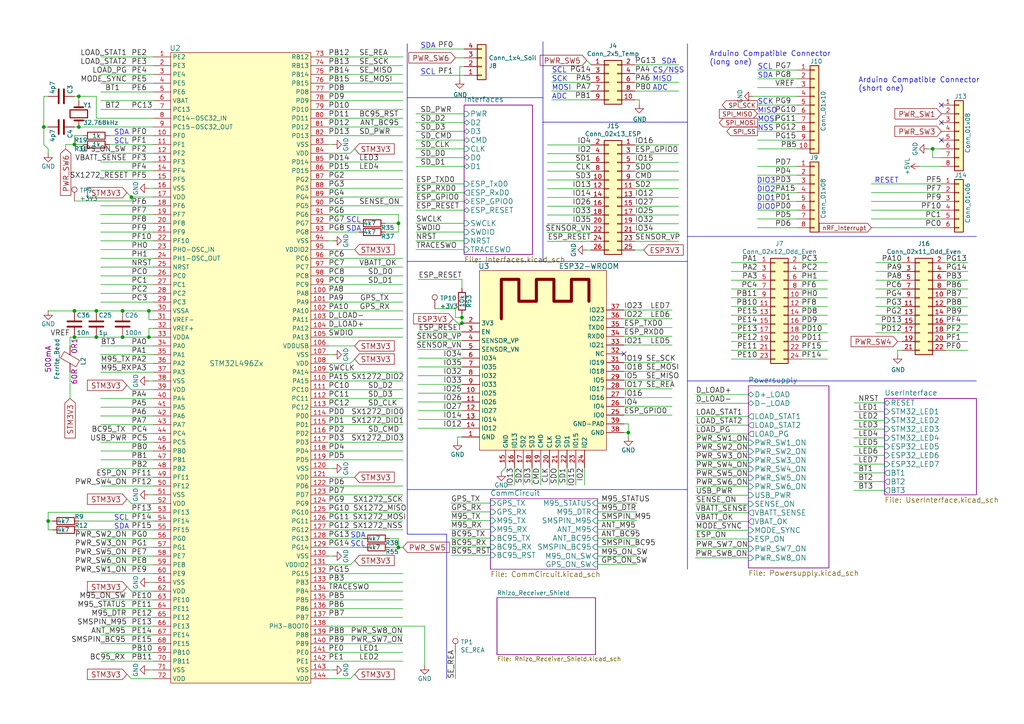
<source format=kicad_sch>
(kicad_sch (version 20200618) (host eeschema "(5.99.0-2142-ge9b99cc8b)")
  (page 1 8)
  (paper "A4")
  (title_block (title "RhizoTech - Motherboard - MCUs") (date "2018-11-09") (rev "V2") (company "TH Köln Institut für Nachrichtentechnik"))
  (lib_symbols
    (symbol "AddedComponents:GND" (power) (pin_names (offset 0))
      (property "Value" "GND" (at 0 -3.81 0))
      (symbol "GND_1_1"
        (pin power_in line (at 0 0 270) (length 0) hide (name "GND") (number "1"))
      )
    )
    (symbol "AddedComponents:STM32L496Zx"
      (property "Reference" "U" (at -16.51 92.71 0))
      (property "Value" "STM32L496Zx" (at 0 1.27 0))
      (symbol "STM32L496Zx_1_1"
        (pin bidirectional line (at -24.13 90.17 0) (length 5.08) (name "PE2") (number "1"))
        (pin bidirectional line (at -24.13 87.63 0) (length 5.08) (name "PE3") (number "2"))
        (pin bidirectional line (at -24.13 85.09 0) (length 5.08) (name "PE4") (number "3"))
        (pin bidirectional line (at -24.13 82.55 0) (length 5.08) (name "PE5") (number "4"))
        (pin bidirectional line (at -24.13 80.01 0) (length 5.08) (name "PE6") (number "5"))
        (pin bidirectional line (at -24.13 77.47 0) (length 5.08) (name "VBAT") (number "6"))
        (pin bidirectional line (at -24.13 74.93 0) (length 5.08) (name "PC13") (number "7"))
        (pin bidirectional line (at -24.13 72.39 0) (length 5.08) (name "PC14-OSC32_IN") (number "8"))
        (pin bidirectional line (at -24.13 69.85 0) (length 5.08) (name "PC15-OSC32_OUT") (number "9"))
        (pin bidirectional line (at -24.13 67.31 0) (length 5.08) (name "PF0") (number "10"))
        (pin bidirectional line (at -24.13 41.91 0) (length 5.08) (name "PF8") (number "20"))
        (pin bidirectional line (at -24.13 16.51 0) (length 5.08) (name "VSSA") (number "30"))
        (pin bidirectional line (at -24.13 -8.89 0) (length 5.08) (name "PA4") (number "40"))
        (pin bidirectional line (at -24.13 -34.29 0) (length 5.08) (name "PF12") (number "50"))
        (pin bidirectional line (at -24.13 -59.69 0) (length 5.08) (name "PE9") (number "60"))
        (pin bidirectional line (at -24.13 -85.09 0) (length 5.08) (name "PB11") (number "70"))
        (pin bidirectional line (at 26.67 72.39 180) (length 5.08) (name "PD11") (number "80"))
        (pin bidirectional line (at 26.67 46.99 180) (length 5.08) (name "PG5") (number "90"))
        (pin bidirectional line (at -24.13 64.77 0) (length 5.08) (name "PF1") (number "11"))
        (pin bidirectional line (at -24.13 39.37 0) (length 5.08) (name "PF9") (number "21"))
        (pin bidirectional line (at -24.13 13.97 0) (length 5.08) (name "VREF-") (number "31"))
        (pin bidirectional line (at -24.13 -11.43 0) (length 5.08) (name "PA5") (number "41"))
        (pin bidirectional line (at -24.13 -36.83 0) (length 5.08) (name "VSS") (number "51"))
        (pin bidirectional line (at -24.13 -62.23 0) (length 5.08) (name "VSS") (number "61"))
        (pin bidirectional line (at -24.13 -87.63 0) (length 5.08) (name "VSS") (number "71"))
        (pin bidirectional line (at 26.67 69.85 180) (length 5.08) (name "PD12") (number "81"))
        (pin bidirectional line (at 26.67 44.45 180) (length 5.08) (name "PG6") (number "91"))
        (pin bidirectional line (at -24.13 62.23 0) (length 5.08) (name "PF2") (number "12"))
        (pin bidirectional line (at -24.13 36.83 0) (length 5.08) (name "PF10") (number "22"))
        (pin bidirectional line (at -24.13 11.43 0) (length 5.08) (name "VREF+") (number "32"))
        (pin bidirectional line (at -24.13 -13.97 0) (length 5.08) (name "PA6") (number "42"))
        (pin bidirectional line (at -24.13 -39.37 0) (length 5.08) (name "VDD") (number "52"))
        (pin bidirectional line (at -24.13 -64.77 0) (length 5.08) (name "VDD") (number "62"))
        (pin bidirectional line (at -24.13 -90.17 0) (length 5.08) (name "VDD") (number "72"))
        (pin bidirectional line (at 26.67 67.31 180) (length 5.08) (name "PD13") (number "82"))
        (pin bidirectional line (at 26.67 41.91 180) (length 5.08) (name "PG7") (number "92"))
        (pin bidirectional line (at -24.13 59.69 0) (length 5.08) (name "PF3") (number "13"))
        (pin bidirectional line (at -24.13 34.29 0) (length 5.08) (name "PH0-OSC_IN") (number "23"))
        (pin bidirectional line (at -24.13 8.89 0) (length 5.08) (name "VDDA") (number "33"))
        (pin bidirectional line (at -24.13 -16.51 0) (length 5.08) (name "PA7") (number "43"))
        (pin bidirectional line (at -24.13 -41.91 0) (length 5.08) (name "PF13") (number "53"))
        (pin bidirectional line (at -24.13 -67.31 0) (length 5.08) (name "PE10") (number "63"))
        (pin bidirectional line (at 26.67 90.17 180) (length 5.08) (name "RB12") (number "73"))
        (pin bidirectional line (at 26.67 64.77 180) (length 5.08) (name "VSS") (number "83"))
        (pin bidirectional line (at 26.67 39.37 180) (length 5.08) (name "PG8") (number "93"))
        (pin bidirectional line (at -24.13 57.15 0) (length 5.08) (name "PF4") (number "14"))
        (pin bidirectional line (at -24.13 31.75 0) (length 5.08) (name "PH1-OSC_OUT") (number "24"))
        (pin bidirectional line (at -24.13 6.35 0) (length 5.08) (name "PA0") (number "34"))
        (pin bidirectional line (at -24.13 -19.05 0) (length 5.08) (name "PC4") (number "44"))
        (pin bidirectional line (at -24.13 -44.45 0) (length 5.08) (name "PF14") (number "54"))
        (pin bidirectional line (at -24.13 -69.85 0) (length 5.08) (name "PE11") (number "64"))
        (pin bidirectional line (at 26.67 87.63 180) (length 5.08) (name "RB13") (number "74"))
        (pin bidirectional line (at 26.67 62.23 180) (length 5.08) (name "VDD") (number "84"))
        (pin bidirectional line (at 26.67 36.83 180) (length 5.08) (name "VSS") (number "94"))
        (pin bidirectional line (at -24.13 54.61 0) (length 5.08) (name "PF5") (number "15"))
        (pin bidirectional line (at -24.13 29.21 0) (length 5.08) (name "NRST") (number "25"))
        (pin bidirectional line (at -24.13 3.81 0) (length 5.08) (name "PA1") (number "35"))
        (pin bidirectional line (at -24.13 -21.59 0) (length 5.08) (name "PC5") (number "45"))
        (pin bidirectional line (at -24.13 -46.99 0) (length 5.08) (name "PF15") (number "55"))
        (pin bidirectional line (at -24.13 -72.39 0) (length 5.08) (name "PE12") (number "65"))
        (pin bidirectional line (at 26.67 85.09 180) (length 5.08) (name "PB14") (number "75"))
        (pin bidirectional line (at 26.67 59.69 180) (length 5.08) (name "PD14") (number "85"))
        (pin bidirectional line (at 26.67 34.29 180) (length 5.08) (name "VDDIO2") (number "95"))
        (pin bidirectional line (at -24.13 52.07 0) (length 5.08) (name "VSS") (number "16"))
        (pin bidirectional line (at -24.13 26.67 0) (length 5.08) (name "PC0") (number "26"))
        (pin bidirectional line (at -24.13 1.27 0) (length 5.08) (name "PA2") (number "36"))
        (pin bidirectional line (at -24.13 -24.13 0) (length 5.08) (name "PB0") (number "46"))
        (pin bidirectional line (at -24.13 -49.53 0) (length 5.08) (name "PG0") (number "56"))
        (pin bidirectional line (at -24.13 -74.93 0) (length 5.08) (name "PE13") (number "66"))
        (pin bidirectional line (at 26.67 82.55 180) (length 5.08) (name "PB15") (number "76"))
        (pin bidirectional line (at 26.67 57.15 180) (length 5.08) (name "PD15") (number "86"))
        (pin bidirectional line (at 26.67 31.75 180) (length 5.08) (name "PC6") (number "96"))
        (pin bidirectional line (at -24.13 49.53 0) (length 5.08) (name "VDD") (number "17"))
        (pin bidirectional line (at -24.13 24.13 0) (length 5.08) (name "PC1") (number "27"))
        (pin bidirectional line (at -24.13 -1.27 0) (length 5.08) (name "PA3") (number "37"))
        (pin bidirectional line (at -24.13 -26.67 0) (length 5.08) (name "PB1") (number "47"))
        (pin bidirectional line (at -24.13 -52.07 0) (length 5.08) (name "PG1") (number "57"))
        (pin bidirectional line (at -24.13 -77.47 0) (length 5.08) (name "PE14") (number "67"))
        (pin bidirectional line (at 26.67 80.01 180) (length 5.08) (name "PD8") (number "77"))
        (pin bidirectional line (at 26.67 54.61 180) (length 5.08) (name "PG2") (number "87"))
        (pin bidirectional line (at 26.67 29.21 180) (length 5.08) (name "PC7") (number "97"))
        (pin bidirectional line (at -24.13 46.99 0) (length 5.08) (name "PF6") (number "18"))
        (pin bidirectional line (at -24.13 21.59 0) (length 5.08) (name "PC2") (number "28"))
        (pin bidirectional line (at -24.13 -3.81 0) (length 5.08) (name "VSS") (number "38"))
        (pin bidirectional line (at -24.13 -29.21 0) (length 5.08) (name "PB2") (number "48"))
        (pin bidirectional line (at -24.13 -54.61 0) (length 5.08) (name "PE7") (number "58"))
        (pin bidirectional line (at -24.13 -80.01 0) (length 5.08) (name "PE15") (number "68"))
        (pin bidirectional line (at 26.67 77.47 180) (length 5.08) (name "PD9") (number "78"))
        (pin bidirectional line (at 26.67 52.07 180) (length 5.08) (name "PG3") (number "88"))
        (pin bidirectional line (at 26.67 26.67 180) (length 5.08) (name "PC8") (number "98"))
        (pin bidirectional line (at -24.13 44.45 0) (length 5.08) (name "PF7") (number "19"))
        (pin bidirectional line (at -24.13 19.05 0) (length 5.08) (name "PC3") (number "29"))
        (pin bidirectional line (at -24.13 -6.35 0) (length 5.08) (name "VDD") (number "39"))
        (pin bidirectional line (at -24.13 -31.75 0) (length 5.08) (name "PF11") (number "49"))
        (pin bidirectional line (at -24.13 -57.15 0) (length 5.08) (name "PE8") (number "59"))
        (pin bidirectional line (at -24.13 -82.55 0) (length 5.08) (name "PB10") (number "69"))
        (pin bidirectional line (at 26.67 74.93 180) (length 5.08) (name "PD10") (number "79"))
        (pin bidirectional line (at 26.67 49.53 180) (length 5.08) (name "PG4") (number "89"))
        (pin bidirectional line (at 26.67 24.13 180) (length 5.08) (name "PC9") (number "99"))
        (pin bidirectional line (at 26.67 21.59 180) (length 5.08) (name "PA8") (number "100"))
        (pin bidirectional line (at 26.67 -3.81 180) (length 5.08) (name "PA15") (number "110"))
        (pin bidirectional line (at 26.67 -29.21 180) (length 5.08) (name "VSS") (number "120"))
        (pin bidirectional line (at 26.67 -54.61 180) (length 5.08) (name "VSS") (number "130"))
        (pin bidirectional line (at 26.67 -80.01 180) (length 5.08) (name "PB9") (number "140"))
        (pin bidirectional line (at 26.67 19.05 180) (length 5.08) (name "PA9") (number "101"))
        (pin bidirectional line (at 26.67 -6.35 180) (length 5.08) (name "PC10") (number "111"))
        (pin bidirectional line (at 26.67 -31.75 180) (length 5.08) (name "VDD") (number "121"))
        (pin bidirectional line (at 26.67 -57.15 180) (length 5.08) (name "VDDIO2") (number "131"))
        (pin bidirectional line (at 26.67 -82.55 180) (length 5.08) (name "PE0") (number "141"))
        (pin bidirectional line (at 26.67 16.51 180) (length 5.08) (name "PA10") (number "102"))
        (pin bidirectional line (at 26.67 -8.89 180) (length 5.08) (name "PC11") (number "112"))
        (pin bidirectional line (at 26.67 -34.29 180) (length 5.08) (name "PD6") (number "122"))
        (pin bidirectional line (at 26.67 -59.69 180) (length 5.08) (name "PG15") (number "132"))
        (pin bidirectional line (at 26.67 -85.09 180) (length 5.08) (name "PE1") (number "142"))
        (pin bidirectional line (at 26.67 13.97 180) (length 5.08) (name "PA11") (number "103"))
        (pin bidirectional line (at 26.67 -11.43 180) (length 5.08) (name "PC12") (number "113"))
        (pin bidirectional line (at 26.67 -36.83 180) (length 5.08) (name "PD7") (number "123"))
        (pin bidirectional line (at 26.67 -62.23 180) (length 5.08) (name "PB3") (number "133"))
        (pin bidirectional line (at 26.67 -87.63 180) (length 5.08) (name "VSS") (number "143"))
        (pin bidirectional line (at 26.67 11.43 180) (length 5.08) (name "PA12") (number "104"))
        (pin bidirectional line (at 26.67 -13.97 180) (length 5.08) (name "PD0") (number "114"))
        (pin bidirectional line (at 26.67 -39.37 180) (length 5.08) (name "PG9") (number "124"))
        (pin bidirectional line (at 26.67 -64.77 180) (length 5.08) (name "PB4") (number "134"))
        (pin bidirectional line (at 26.67 -90.17 180) (length 5.08) (name "VDD") (number "144"))
        (pin bidirectional line (at 26.67 8.89 180) (length 5.08) (name "PA13") (number "105"))
        (pin bidirectional line (at 26.67 -16.51 180) (length 5.08) (name "PD1") (number "115"))
        (pin bidirectional line (at 26.67 -41.91 180) (length 5.08) (name "PG10") (number "125"))
        (pin bidirectional line (at 26.67 -67.31 180) (length 5.08) (name "PB5") (number "135"))
        (pin bidirectional line (at 26.67 6.35 180) (length 5.08) (name "VDDUSB") (number "106"))
        (pin bidirectional line (at 26.67 -19.05 180) (length 5.08) (name "PD2") (number "116"))
        (pin bidirectional line (at 26.67 -44.45 180) (length 5.08) (name "PG11") (number "126"))
        (pin bidirectional line (at 26.67 -69.85 180) (length 5.08) (name "PB6") (number "136"))
        (pin bidirectional line (at 26.67 3.81 180) (length 5.08) (name "VSS") (number "107"))
        (pin bidirectional line (at 26.67 -21.59 180) (length 5.08) (name "PD3") (number "117"))
        (pin bidirectional line (at 26.67 -46.99 180) (length 5.08) (name "PG12") (number "127"))
        (pin bidirectional line (at 26.67 -72.39 180) (length 5.08) (name "PB7") (number "137"))
        (pin bidirectional line (at 26.67 1.27 180) (length 5.08) (name "VDD") (number "108"))
        (pin bidirectional line (at 26.67 -24.13 180) (length 5.08) (name "PD4") (number "118"))
        (pin bidirectional line (at 26.67 -49.53 180) (length 5.08) (name "PG13") (number "128"))
        (pin bidirectional line (at 26.67 -74.93 180) (length 5.08) (name "PH3-BOOT0") (number "138"))
        (pin bidirectional line (at 26.67 -1.27 180) (length 5.08) (name "PA14") (number "109"))
        (pin bidirectional line (at 26.67 -26.67 180) (length 5.08) (name "PD5") (number "119"))
        (pin bidirectional line (at 26.67 -52.07 180) (length 5.08) (name "PG14") (number "129"))
        (pin bidirectional line (at 26.67 -77.47 180) (length 5.08) (name "PB8") (number "139"))
      )
    )
    (symbol "BaseCircuit_V2-rescue:C" (pin_numbers hide) (pin_names (offset 0.254))
      (property "Reference" "C" (at 0.635 2.54 0))
      (property "Value" "C" (at 0.635 -2.54 0))
      (symbol "C_1_1"
        (pin passive line (at 0 3.81 270) (length 2.794) (name "~") (number "1"))
        (pin passive line (at 0 -3.81 90) (length 2.794) (name "~") (number "2"))
      )
    )
    (symbol "BaseCircuit_V2-rescue:Crystal" (pin_numbers hide) (pin_names hide)
      (property "Reference" "Y" (at 0 3.81 0))
      (property "Value" "Crystal" (at 0 -3.81 0))
      (symbol "Crystal_1_1"
        (pin passive line (at -3.81 0 0) (length 1.27) (name "1") (number "1"))
        (pin passive line (at 3.81 0 180) (length 1.27) (name "2") (number "2"))
      )
    )
    (symbol "BaseCircuit_V2-rescue:Ferrite_Bead" (pin_numbers hide) (pin_names (offset 0))
      (property "Reference" "L" (at -3.81 0.635 90))
      (property "Value" "Ferrite_Bead" (at 3.81 0 90))
      (symbol "Ferrite_Bead_1_1"
        (pin passive line (at 0 3.81 270) (length 2.54) (name "~") (number "1"))
        (pin passive line (at 0 -3.81 90) (length 2.54) (name "~") (number "2"))
      )
    )
    (symbol "BaseCircuit_V2-rescue:R" (pin_numbers hide) (pin_names (offset 0))
      (property "Reference" "R" (at 2.032 0 90))
      (property "Value" "R" (at 0 0 90))
      (symbol "R_1_1"
        (pin passive line (at 0 3.81 270) (length 1.27) (name "~") (number "1"))
        (pin passive line (at 0 -3.81 90) (length 1.27) (name "~") (number "2"))
      )
    )
    (symbol "Connector:TestPoint" (pin_numbers hide) (pin_names (offset 0.762) hide)
      (property "Reference" "TP" (at 0 6.858 0))
      (property "Value" "TestPoint" (at 0 5.08 0))
      (symbol "TestPoint_1_1"
        (pin passive line (at 0 0 90) (length 2.54) (name "1") (number "1"))
      )
    )
    (symbol "Connector_Generic:Conn_01x04" (pin_names hide)
      (property "Reference" "J" (at 0 5.08 0))
      (property "Value" "Conn_01x04" (at 0 -7.62 0))
      (symbol "Conn_01x04_1_1"
        (pin passive line (at -5.08 2.54 0) (length 3.81) (name "Pin_1") (number "1"))
        (pin passive line (at -5.08 0 0) (length 3.81) (name "Pin_2") (number "2"))
        (pin passive line (at -5.08 -2.54 0) (length 3.81) (name "Pin_3") (number "3"))
        (pin passive line (at -5.08 -5.08 0) (length 3.81) (name "Pin_4") (number "4"))
      )
    )
    (symbol "Connector_Generic:Conn_01x06" (pin_names hide)
      (property "Reference" "J" (at 0 7.62 0))
      (property "Value" "Conn_01x06" (at 0 -10.16 0))
      (symbol "Conn_01x06_1_1"
        (pin passive line (at -5.08 5.08 0) (length 3.81) (name "Pin_1") (number "1"))
        (pin passive line (at -5.08 2.54 0) (length 3.81) (name "Pin_2") (number "2"))
        (pin passive line (at -5.08 0 0) (length 3.81) (name "Pin_3") (number "3"))
        (pin passive line (at -5.08 -2.54 0) (length 3.81) (name "Pin_4") (number "4"))
        (pin passive line (at -5.08 -5.08 0) (length 3.81) (name "Pin_5") (number "5"))
        (pin passive line (at -5.08 -7.62 0) (length 3.81) (name "Pin_6") (number "6"))
      )
    )
    (symbol "Connector_Generic:Conn_01x08" (pin_names hide)
      (property "Reference" "J" (at 0 10.16 0))
      (property "Value" "Conn_01x08" (at 0 -12.7 0))
      (symbol "Conn_01x08_1_1"
        (pin passive line (at -5.08 7.62 0) (length 3.81) (name "Pin_1") (number "1"))
        (pin passive line (at -5.08 5.08 0) (length 3.81) (name "Pin_2") (number "2"))
        (pin passive line (at -5.08 2.54 0) (length 3.81) (name "Pin_3") (number "3"))
        (pin passive line (at -5.08 0 0) (length 3.81) (name "Pin_4") (number "4"))
        (pin passive line (at -5.08 -2.54 0) (length 3.81) (name "Pin_5") (number "5"))
        (pin passive line (at -5.08 -5.08 0) (length 3.81) (name "Pin_6") (number "6"))
        (pin passive line (at -5.08 -7.62 0) (length 3.81) (name "Pin_7") (number "7"))
        (pin passive line (at -5.08 -10.16 0) (length 3.81) (name "Pin_8") (number "8"))
      )
    )
    (symbol "Connector_Generic:Conn_01x10" (pin_names hide)
      (property "Reference" "J" (at 0 12.7 0))
      (property "Value" "Conn_01x10" (at 0 -15.24 0))
      (symbol "Conn_01x10_1_1"
        (pin passive line (at -5.08 10.16 0) (length 3.81) (name "Pin_1") (number "1"))
        (pin passive line (at -5.08 -12.7 0) (length 3.81) (name "Pin_10") (number "10"))
        (pin passive line (at -5.08 7.62 0) (length 3.81) (name "Pin_2") (number "2"))
        (pin passive line (at -5.08 5.08 0) (length 3.81) (name "Pin_3") (number "3"))
        (pin passive line (at -5.08 2.54 0) (length 3.81) (name "Pin_4") (number "4"))
        (pin passive line (at -5.08 0 0) (length 3.81) (name "Pin_5") (number "5"))
        (pin passive line (at -5.08 -2.54 0) (length 3.81) (name "Pin_6") (number "6"))
        (pin passive line (at -5.08 -5.08 0) (length 3.81) (name "Pin_7") (number "7"))
        (pin passive line (at -5.08 -7.62 0) (length 3.81) (name "Pin_8") (number "8"))
        (pin passive line (at -5.08 -10.16 0) (length 3.81) (name "Pin_9") (number "9"))
      )
    )
    (symbol "Connector_Generic:Conn_02x05_Odd_Even" (pin_names hide)
      (property "Reference" "J" (at 1.27 7.62 0))
      (property "Value" "Conn_02x05_Odd_Even" (at 1.27 -7.62 0))
      (symbol "Conn_02x05_Odd_Even_1_1"
        (pin passive line (at -5.08 5.08 0) (length 3.81) (name "Pin_1") (number "1"))
        (pin passive line (at 7.62 -5.08 180) (length 3.81) (name "Pin_10") (number "10"))
        (pin passive line (at 7.62 5.08 180) (length 3.81) (name "Pin_2") (number "2"))
        (pin passive line (at -5.08 2.54 0) (length 3.81) (name "Pin_3") (number "3"))
        (pin passive line (at 7.62 2.54 180) (length 3.81) (name "Pin_4") (number "4"))
        (pin passive line (at -5.08 0 0) (length 3.81) (name "Pin_5") (number "5"))
        (pin passive line (at 7.62 0 180) (length 3.81) (name "Pin_6") (number "6"))
        (pin passive line (at -5.08 -2.54 0) (length 3.81) (name "Pin_7") (number "7"))
        (pin passive line (at 7.62 -2.54 180) (length 3.81) (name "Pin_8") (number "8"))
        (pin passive line (at -5.08 -5.08 0) (length 3.81) (name "Pin_9") (number "9"))
      )
    )
    (symbol "Connector_Generic:Conn_02x11_Odd_Even" (pin_names hide)
      (property "Reference" "J" (at 1.27 15.24 0))
      (property "Value" "Conn_02x11_Odd_Even" (at 1.27 -15.24 0))
      (symbol "Conn_02x11_Odd_Even_1_1"
        (pin passive line (at -5.08 12.7 0) (length 3.81) (name "Pin_1") (number "1"))
        (pin passive line (at 7.62 2.54 180) (length 3.81) (name "Pin_10") (number "10"))
        (pin passive line (at -5.08 0 0) (length 3.81) (name "Pin_11") (number "11"))
        (pin passive line (at 7.62 0 180) (length 3.81) (name "Pin_12") (number "12"))
        (pin passive line (at -5.08 -2.54 0) (length 3.81) (name "Pin_13") (number "13"))
        (pin passive line (at 7.62 -2.54 180) (length 3.81) (name "Pin_14") (number "14"))
        (pin passive line (at -5.08 -5.08 0) (length 3.81) (name "Pin_15") (number "15"))
        (pin passive line (at 7.62 -5.08 180) (length 3.81) (name "Pin_16") (number "16"))
        (pin passive line (at -5.08 -7.62 0) (length 3.81) (name "Pin_17") (number "17"))
        (pin passive line (at 7.62 -7.62 180) (length 3.81) (name "Pin_18") (number "18"))
        (pin passive line (at -5.08 -10.16 0) (length 3.81) (name "Pin_19") (number "19"))
        (pin passive line (at 7.62 12.7 180) (length 3.81) (name "Pin_2") (number "2"))
        (pin passive line (at 7.62 -10.16 180) (length 3.81) (name "Pin_20") (number "20"))
        (pin passive line (at -5.08 -12.7 0) (length 3.81) (name "Pin_21") (number "21"))
        (pin passive line (at 7.62 -12.7 180) (length 3.81) (name "Pin_22") (number "22"))
        (pin passive line (at -5.08 10.16 0) (length 3.81) (name "Pin_3") (number "3"))
        (pin passive line (at 7.62 10.16 180) (length 3.81) (name "Pin_4") (number "4"))
        (pin passive line (at -5.08 7.62 0) (length 3.81) (name "Pin_5") (number "5"))
        (pin passive line (at 7.62 7.62 180) (length 3.81) (name "Pin_6") (number "6"))
        (pin passive line (at -5.08 5.08 0) (length 3.81) (name "Pin_7") (number "7"))
        (pin passive line (at 7.62 5.08 180) (length 3.81) (name "Pin_8") (number "8"))
        (pin passive line (at -5.08 2.54 0) (length 3.81) (name "Pin_9") (number "9"))
      )
    )
    (symbol "Connector_Generic:Conn_02x12_Odd_Even" (pin_names hide)
      (property "Reference" "J" (at 1.27 15.24 0))
      (property "Value" "Conn_02x12_Odd_Even" (at 1.27 -17.78 0))
      (symbol "Conn_02x12_Odd_Even_1_1"
        (pin passive line (at -5.08 12.7 0) (length 3.81) (name "Pin_1") (number "1"))
        (pin passive line (at 7.62 2.54 180) (length 3.81) (name "Pin_10") (number "10"))
        (pin passive line (at -5.08 0 0) (length 3.81) (name "Pin_11") (number "11"))
        (pin passive line (at 7.62 0 180) (length 3.81) (name "Pin_12") (number "12"))
        (pin passive line (at -5.08 -2.54 0) (length 3.81) (name "Pin_13") (number "13"))
        (pin passive line (at 7.62 -2.54 180) (length 3.81) (name "Pin_14") (number "14"))
        (pin passive line (at -5.08 -5.08 0) (length 3.81) (name "Pin_15") (number "15"))
        (pin passive line (at 7.62 -5.08 180) (length 3.81) (name "Pin_16") (number "16"))
        (pin passive line (at -5.08 -7.62 0) (length 3.81) (name "Pin_17") (number "17"))
        (pin passive line (at 7.62 -7.62 180) (length 3.81) (name "Pin_18") (number "18"))
        (pin passive line (at -5.08 -10.16 0) (length 3.81) (name "Pin_19") (number "19"))
        (pin passive line (at 7.62 12.7 180) (length 3.81) (name "Pin_2") (number "2"))
        (pin passive line (at 7.62 -10.16 180) (length 3.81) (name "Pin_20") (number "20"))
        (pin passive line (at -5.08 -12.7 0) (length 3.81) (name "Pin_21") (number "21"))
        (pin passive line (at 7.62 -12.7 180) (length 3.81) (name "Pin_22") (number "22"))
        (pin passive line (at -5.08 -15.24 0) (length 3.81) (name "Pin_23") (number "23"))
        (pin passive line (at 7.62 -15.24 180) (length 3.81) (name "Pin_24") (number "24"))
        (pin passive line (at -5.08 10.16 0) (length 3.81) (name "Pin_3") (number "3"))
        (pin passive line (at 7.62 10.16 180) (length 3.81) (name "Pin_4") (number "4"))
        (pin passive line (at -5.08 7.62 0) (length 3.81) (name "Pin_5") (number "5"))
        (pin passive line (at 7.62 7.62 180) (length 3.81) (name "Pin_6") (number "6"))
        (pin passive line (at -5.08 5.08 0) (length 3.81) (name "Pin_7") (number "7"))
        (pin passive line (at 7.62 5.08 180) (length 3.81) (name "Pin_8") (number "8"))
        (pin passive line (at -5.08 2.54 0) (length 3.81) (name "Pin_9") (number "9"))
      )
    )
    (symbol "Connector_Generic:Conn_02x13_Odd_Even" (pin_names hide)
      (property "Reference" "J" (at 1.27 17.78 0))
      (property "Value" "Conn_02x13_Odd_Even" (at 1.27 -17.78 0))
      (symbol "Conn_02x13_Odd_Even_1_1"
        (pin passive line (at -5.08 15.24 0) (length 3.81) (name "Pin_1") (number "1"))
        (pin passive line (at 7.62 5.08 180) (length 3.81) (name "Pin_10") (number "10"))
        (pin passive line (at -5.08 2.54 0) (length 3.81) (name "Pin_11") (number "11"))
        (pin passive line (at 7.62 2.54 180) (length 3.81) (name "Pin_12") (number "12"))
        (pin passive line (at -5.08 0 0) (length 3.81) (name "Pin_13") (number "13"))
        (pin passive line (at 7.62 0 180) (length 3.81) (name "Pin_14") (number "14"))
        (pin passive line (at -5.08 -2.54 0) (length 3.81) (name "Pin_15") (number "15"))
        (pin passive line (at 7.62 -2.54 180) (length 3.81) (name "Pin_16") (number "16"))
        (pin passive line (at -5.08 -5.08 0) (length 3.81) (name "Pin_17") (number "17"))
        (pin passive line (at 7.62 -5.08 180) (length 3.81) (name "Pin_18") (number "18"))
        (pin passive line (at -5.08 -7.62 0) (length 3.81) (name "Pin_19") (number "19"))
        (pin passive line (at 7.62 15.24 180) (length 3.81) (name "Pin_2") (number "2"))
        (pin passive line (at 7.62 -7.62 180) (length 3.81) (name "Pin_20") (number "20"))
        (pin passive line (at -5.08 -10.16 0) (length 3.81) (name "Pin_21") (number "21"))
        (pin passive line (at 7.62 -10.16 180) (length 3.81) (name "Pin_22") (number "22"))
        (pin passive line (at -5.08 -12.7 0) (length 3.81) (name "Pin_23") (number "23"))
        (pin passive line (at 7.62 -12.7 180) (length 3.81) (name "Pin_24") (number "24"))
        (pin passive line (at -5.08 -15.24 0) (length 3.81) (name "Pin_25") (number "25"))
        (pin passive line (at 7.62 -15.24 180) (length 3.81) (name "Pin_26") (number "26"))
        (pin passive line (at -5.08 12.7 0) (length 3.81) (name "Pin_3") (number "3"))
        (pin passive line (at 7.62 12.7 180) (length 3.81) (name "Pin_4") (number "4"))
        (pin passive line (at -5.08 10.16 0) (length 3.81) (name "Pin_5") (number "5"))
        (pin passive line (at 7.62 10.16 180) (length 3.81) (name "Pin_6") (number "6"))
        (pin passive line (at -5.08 7.62 0) (length 3.81) (name "Pin_7") (number "7"))
        (pin passive line (at 7.62 7.62 180) (length 3.81) (name "Pin_8") (number "8"))
        (pin passive line (at -5.08 5.08 0) (length 3.81) (name "Pin_9") (number "9"))
      )
    )
    (symbol "ESP32-footprints-Shem-Lib:ESP32-WROOM"
      (property "Reference" "U" (at -17.78 31.75 0))
      (property "Value" "ESP32-WROOM" (at 12.7 31.75 0))
      (symbol "ESP32-WROOM_1_1"
        (pin input line (at -24.13 -17.78 0) (length 5.08) (name "GND") (number "1"))
        (pin input line (at -24.13 15.24 0) (length 5.08) (name "3V3") (number "2"))
        (pin input line (at -24.13 12.7 0) (length 5.08) (name "EN") (number "3"))
        (pin input line (at -24.13 10.16 0) (length 5.08) (name "SENSOR_VP") (number "4"))
        (pin input line (at -24.13 7.62 0) (length 5.08) (name "SENSOR_VN") (number "5"))
        (pin input line (at -24.13 5.08 0) (length 5.08) (name "IO34") (number "6"))
        (pin input line (at -24.13 2.54 0) (length 5.08) (name "IO35") (number "7"))
        (pin input line (at -24.13 0 0) (length 5.08) (name "IO32") (number "8"))
        (pin input line (at -24.13 -2.54 0) (length 5.08) (name "IO33") (number "9"))
        (pin input line (at -24.13 -5.08 0) (length 5.08) (name "IO25") (number "10"))
        (pin input line (at 1.27 -26.67 90) (length 5.08) (name "CLK") (number "20"))
        (pin input line (at 22.86 1.27 180) (length 5.08) (name "IO18") (number "30"))
        (pin input line (at -24.13 -7.62 0) (length 5.08) (name "IO26") (number "11"))
        (pin input line (at 3.81 -26.67 90) (length 5.08) (name "SDO") (number "21"))
        (pin input line (at 22.86 3.81 180) (length 5.08) (name "IO19") (number "31"))
        (pin input line (at -24.13 -10.16 0) (length 5.08) (name "IO27") (number "12"))
        (pin input line (at 6.35 -26.67 90) (length 5.08) (name "SD1") (number "22"))
        (pin input line (at 22.86 6.35 180) (length 5.08) (name "NC") (number "32"))
        (pin input line (at -24.13 -12.7 0) (length 5.08) (name "IO14") (number "13"))
        (pin input line (at 8.89 -26.67 90) (length 5.08) (name "IO15") (number "23"))
        (pin input line (at 22.86 8.89 180) (length 5.08) (name "IO21") (number "33"))
        (pin input line (at -24.13 -15.24 0) (length 5.08) (name "IO12") (number "14"))
        (pin input line (at 11.43 -26.67 90) (length 5.08) (name "IO2") (number "24"))
        (pin input line (at 22.86 11.43 180) (length 5.08) (name "RXD0") (number "34"))
        (pin input line (at -11.43 -26.67 90) (length 5.08) (name "GND") (number "15"))
        (pin input line (at 22.86 -11.43 180) (length 5.08) (name "IO0") (number "25"))
        (pin input line (at 22.86 13.97 180) (length 5.08) (name "TXD0") (number "35"))
        (pin input line (at -8.89 -26.67 90) (length 5.08) (name "IO13") (number "16"))
        (pin input line (at 22.86 -8.89 180) (length 5.08) (name "IO4") (number "26"))
        (pin input line (at 22.86 16.51 180) (length 5.08) (name "IO22") (number "36"))
        (pin input line (at -6.35 -26.67 90) (length 5.08) (name "SD2") (number "17"))
        (pin input line (at 22.86 -6.35 180) (length 5.08) (name "IO16") (number "27"))
        (pin input line (at 22.86 19.05 180) (length 5.08) (name "IO23") (number "37"))
        (pin input line (at -3.81 -26.67 90) (length 5.08) (name "SD3") (number "18"))
        (pin input line (at 22.86 -3.81 180) (length 5.08) (name "IO17") (number "28"))
        (pin input line (at 22.86 -16.51 180) (length 5.08) (name "GND") (number "38"))
        (pin input line (at -1.27 -26.67 90) (length 5.08) (name "CMD") (number "19"))
        (pin input line (at 22.86 -1.27 180) (length 5.08) (name "IO5") (number "29"))
        (pin input line (at 22.86 -13.97 180) (length 5.08) (name "GND-PAD") (number "39"))
      )
    )
    (symbol "power:+3.3V" (power) (pin_names (offset 0))
      (property "Value" "+3.3V" (at 0 3.556 0))
      (symbol "+3.3V_1_1"
        (pin power_in line (at 0 0 90) (length 0) hide (name "+3V3") (number "1"))
      )
    )
    (symbol "power:+5VL" (power) (pin_names (offset 0))
      (property "Value" "+5VL" (at 0 3.556 0))
      (symbol "+5VL_1_1"
        (pin power_in line (at 0 0 90) (length 0) hide (name "+5VL") (number "1"))
      )
    )
    (symbol "power:GND" (power) (pin_names (offset 0))
      (property "Value" "GND" (at 0 -3.81 0))
      (symbol "GND_1_1"
        (pin power_in line (at 0 0 270) (length 0) hide (name "GND") (number "1"))
      )
    )
  )
  (junction (at 12.7 36.83))
  (junction (at 13.97 151.13))
  (junction (at 21.59 41.91))
  (junction (at 21.59 90.17))
  (junction (at 21.59 97.79))
  (junction (at 22.86 27.94))
  (junction (at 22.86 36.83))
  (junction (at 27.94 90.17))
  (junction (at 27.94 97.79))
  (junction (at 35.56 90.17))
  (junction (at 35.56 97.79))
  (junction (at 38.1 57.15))
  (junction (at 43.18 90.17))
  (junction (at 43.18 97.79))
  (junction (at 115.57 64.77))
  (junction (at 115.57 158.75))
  (junction (at 133.985 92.075))
  (junction (at 133.985 93.726))
  (junction (at 182.245 125.476))
  (junction (at 270.51 43.18))
  (no_connect (at 273.05 30.48))
  (no_connect (at 273.05 35.56))
  (no_connect (at 273.05 40.64))
  (no_connect (at 180.975 102.616))
  (wire (pts (xy 12.7 27.94) (xy 12.7 36.83)))
  (wire (pts (xy 12.7 27.94) (xy 13.97 27.94)))
  (wire (pts (xy 12.7 36.83) (xy 13.97 36.83)))
  (wire (pts (xy 12.7 41.91) (xy 12.7 36.83)))
  (wire (pts (xy 13.97 43.18) (xy 12.7 41.91)))
  (wire (pts (xy 13.97 44.45) (xy 13.97 43.18)))
  (wire (pts (xy 13.97 90.17) (xy 21.59 90.17)))
  (wire (pts (xy 13.97 148.59) (xy 13.97 151.13)))
  (wire (pts (xy 13.97 148.59) (xy 44.45 148.59)))
  (wire (pts (xy 13.97 151.13) (xy 13.97 153.67)))
  (wire (pts (xy 13.97 153.67) (xy 15.24 153.67)))
  (wire (pts (xy 15.24 151.13) (xy 13.97 151.13)))
  (wire (pts (xy 19.05 41.91) (xy 21.59 41.91)))
  (wire (pts (xy 19.05 43.18) (xy 19.05 41.91)))
  (wire (pts (xy 20.32 97.79) (xy 20.32 100.33)))
  (wire (pts (xy 20.32 97.79) (xy 21.59 97.79)))
  (wire (pts (xy 20.32 107.95) (xy 20.32 115.57)))
  (wire (pts (xy 21.59 27.94) (xy 22.86 27.94)))
  (wire (pts (xy 21.59 36.83) (xy 22.86 36.83)))
  (wire (pts (xy 21.59 39.37) (xy 21.59 41.91)))
  (wire (pts (xy 21.59 41.91) (xy 24.13 41.91)))
  (wire (pts (xy 21.59 90.17) (xy 27.94 90.17)))
  (wire (pts (xy 21.59 97.79) (xy 27.94 97.79)))
  (wire (pts (xy 22.86 27.94) (xy 22.86 29.21)))
  (wire (pts (xy 22.86 36.83) (xy 44.45 36.83)))
  (wire (pts (xy 24.13 39.37) (xy 21.59 39.37)))
  (wire (pts (xy 27.94 27.94) (xy 22.86 27.94)))
  (wire (pts (xy 27.94 34.29) (xy 27.94 27.94)))
  (wire (pts (xy 27.94 90.17) (xy 35.56 90.17)))
  (wire (pts (xy 27.94 97.79) (xy 35.56 97.79)))
  (wire (pts (xy 29.21 16.51) (xy 44.45 16.51)))
  (wire (pts (xy 29.21 19.05) (xy 44.45 19.05)))
  (wire (pts (xy 29.21 21.59) (xy 44.45 21.59)))
  (wire (pts (xy 29.21 24.13) (xy 44.45 24.13)))
  (wire (pts (xy 29.21 26.67) (xy 44.45 26.67)))
  (wire (pts (xy 29.21 29.21) (xy 44.45 29.21)))
  (wire (pts (xy 29.21 31.75) (xy 44.45 31.75)))
  (wire (pts (xy 29.21 44.45) (xy 44.45 44.45)))
  (wire (pts (xy 29.21 46.99) (xy 44.45 46.99)))
  (wire (pts (xy 29.21 49.53) (xy 44.45 49.53)))
  (wire (pts (xy 31.75 39.37) (xy 44.45 39.37)))
  (wire (pts (xy 31.75 41.91) (xy 44.45 41.91)))
  (wire (pts (xy 35.56 90.17) (xy 43.18 90.17)))
  (wire (pts (xy 35.56 97.79) (xy 43.18 97.79)))
  (wire (pts (xy 36.83 55.88) (xy 38.1 57.15)))
  (wire (pts (xy 36.83 111.76) (xy 38.1 113.03)))
  (wire (pts (xy 36.83 170.18) (xy 38.1 171.45)))
  (wire (pts (xy 36.83 195.58) (xy 38.1 196.85)))
  (wire (pts (xy 38.1 57.15) (xy 38.1 58.293)))
  (wire (pts (xy 38.1 57.15) (xy 44.45 57.15)))
  (wire (pts (xy 38.1 58.293) (xy 21.59 58.293)))
  (wire (pts (xy 38.1 113.03) (xy 44.45 113.03)))
  (wire (pts (xy 38.1 146.05) (xy 36.83 144.78)))
  (wire (pts (xy 38.1 171.45) (xy 44.45 171.45)))
  (wire (pts (xy 38.1 196.85) (xy 44.45 196.85)))
  (wire (pts (xy 43.18 90.17) (xy 44.45 90.17)))
  (wire (pts (xy 43.18 92.71) (xy 43.18 90.17)))
  (wire (pts (xy 43.18 95.25) (xy 44.45 95.25)))
  (wire (pts (xy 43.18 97.79) (xy 43.18 95.25)))
  (wire (pts (xy 43.18 97.79) (xy 44.45 97.79)))
  (wire (pts (xy 43.18 194.31) (xy 44.45 194.31)))
  (wire (pts (xy 44.45 34.29) (xy 27.94 34.29)))
  (wire (pts (xy 44.45 52.07) (xy 29.083 52.07)))
  (wire (pts (xy 44.45 54.61) (xy 43.18 54.61)))
  (wire (pts (xy 44.45 59.69) (xy 29.21 59.69)))
  (wire (pts (xy 44.45 62.23) (xy 29.21 62.23)))
  (wire (pts (xy 44.45 64.77) (xy 29.21 64.77)))
  (wire (pts (xy 44.45 67.31) (xy 29.21 67.31)))
  (wire (pts (xy 44.45 69.85) (xy 29.21 69.85)))
  (wire (pts (xy 44.45 72.39) (xy 29.21 72.39)))
  (wire (pts (xy 44.45 74.93) (xy 29.21 74.93)))
  (wire (pts (xy 44.45 77.47) (xy 29.21 77.47)))
  (wire (pts (xy 44.45 80.01) (xy 29.21 80.01)))
  (wire (pts (xy 44.45 82.55) (xy 29.21 82.55)))
  (wire (pts (xy 44.45 85.09) (xy 29.21 85.09)))
  (wire (pts (xy 44.45 87.63) (xy 29.21 87.63)))
  (wire (pts (xy 44.45 92.71) (xy 43.18 92.71)))
  (wire (pts (xy 44.45 100.33) (xy 29.21 100.33)))
  (wire (pts (xy 44.45 102.87) (xy 29.21 102.87)))
  (wire (pts (xy 44.45 105.41) (xy 29.21 105.41)))
  (wire (pts (xy 44.45 107.95) (xy 29.21 107.95)))
  (wire (pts (xy 44.45 110.49) (xy 43.18 110.49)))
  (wire (pts (xy 44.45 115.57) (xy 29.21 115.57)))
  (wire (pts (xy 44.45 118.11) (xy 29.21 118.11)))
  (wire (pts (xy 44.45 120.65) (xy 29.21 120.65)))
  (wire (pts (xy 44.45 123.19) (xy 29.21 123.19)))
  (wire (pts (xy 44.45 125.73) (xy 29.21 125.73)))
  (wire (pts (xy 44.45 128.27) (xy 29.21 128.27)))
  (wire (pts (xy 44.45 130.81) (xy 29.21 130.81)))
  (wire (pts (xy 44.45 133.35) (xy 29.21 133.35)))
  (wire (pts (xy 44.45 135.89) (xy 29.21 135.89)))
  (wire (pts (xy 44.45 138.43) (xy 29.21 138.43)))
  (wire (pts (xy 44.45 140.97) (xy 29.21 140.97)))
  (wire (pts (xy 44.45 143.51) (xy 43.18 143.51)))
  (wire (pts (xy 44.45 146.05) (xy 38.1 146.05)))
  (wire (pts (xy 44.45 151.13) (xy 22.86 151.13)))
  (wire (pts (xy 44.45 153.67) (xy 22.86 153.67)))
  (wire (pts (xy 44.45 156.21) (xy 29.21 156.21)))
  (wire (pts (xy 44.45 158.75) (xy 29.21 158.75)))
  (wire (pts (xy 44.45 161.29) (xy 29.21 161.29)))
  (wire (pts (xy 44.45 163.83) (xy 29.21 163.83)))
  (wire (pts (xy 44.45 166.37) (xy 29.21 166.37)))
  (wire (pts (xy 44.45 168.91) (xy 43.18 168.91)))
  (wire (pts (xy 44.45 173.99) (xy 29.21 173.99)))
  (wire (pts (xy 44.45 176.53) (xy 29.21 176.53)))
  (wire (pts (xy 44.45 179.07) (xy 29.21 179.07)))
  (wire (pts (xy 44.45 181.61) (xy 29.21 181.61)))
  (wire (pts (xy 44.45 184.15) (xy 29.21 184.15)))
  (wire (pts (xy 44.45 186.69) (xy 29.21 186.69)))
  (wire (pts (xy 44.45 189.23) (xy 29.21 189.23)))
  (wire (pts (xy 44.45 191.77) (xy 29.21 191.77)))
  (wire (pts (xy 95.25 16.51) (xy 116.84 16.51)))
  (wire (pts (xy 95.25 19.05) (xy 116.84 19.05)))
  (wire (pts (xy 95.25 21.59) (xy 116.84 21.59)))
  (wire (pts (xy 95.25 24.13) (xy 116.84 24.13)))
  (wire (pts (xy 95.25 26.67) (xy 116.84 26.67)))
  (wire (pts (xy 95.25 29.21) (xy 116.84 29.21)))
  (wire (pts (xy 95.25 31.75) (xy 116.84 31.75)))
  (wire (pts (xy 95.25 34.29) (xy 116.84 34.29)))
  (wire (pts (xy 95.25 36.83) (xy 116.84 36.83)))
  (wire (pts (xy 95.25 39.37) (xy 116.84 39.37)))
  (wire (pts (xy 95.25 44.45) (xy 101.6 44.45)))
  (wire (pts (xy 95.25 46.99) (xy 116.84 46.99)))
  (wire (pts (xy 95.25 49.53) (xy 116.84 49.53)))
  (wire (pts (xy 95.25 52.07) (xy 116.84 52.07)))
  (wire (pts (xy 95.25 54.61) (xy 116.84 54.61)))
  (wire (pts (xy 95.25 57.15) (xy 116.84 57.15)))
  (wire (pts (xy 95.25 59.69) (xy 116.84 59.69)))
  (wire (pts (xy 95.25 62.23) (xy 115.57 62.23)))
  (wire (pts (xy 95.25 64.77) (xy 104.14 64.77)))
  (wire (pts (xy 95.25 67.31) (xy 104.14 67.31)))
  (wire (pts (xy 95.25 72.39) (xy 102.87 72.39)))
  (wire (pts (xy 95.25 74.93) (xy 116.84 74.93)))
  (wire (pts (xy 95.25 77.47) (xy 116.84 77.47)))
  (wire (pts (xy 95.25 80.01) (xy 116.84 80.01)))
  (wire (pts (xy 95.25 82.55) (xy 116.84 82.55)))
  (wire (pts (xy 95.25 85.09) (xy 116.84 85.09)))
  (wire (pts (xy 95.25 87.63) (xy 116.84 87.63)))
  (wire (pts (xy 95.25 90.17) (xy 116.84 90.17)))
  (wire (pts (xy 95.25 92.71) (xy 116.84 92.71)))
  (wire (pts (xy 95.25 95.25) (xy 116.84 95.25)))
  (wire (pts (xy 95.25 97.79) (xy 116.84 97.79)))
  (wire (pts (xy 95.25 100.33) (xy 102.87 100.33)))
  (wire (pts (xy 95.25 105.41) (xy 101.6 105.41)))
  (wire (pts (xy 95.25 107.95) (xy 116.84 107.95)))
  (wire (pts (xy 95.25 110.49) (xy 116.84 110.49)))
  (wire (pts (xy 95.25 113.03) (xy 116.84 113.03)))
  (wire (pts (xy 95.25 115.57) (xy 116.84 115.57)))
  (wire (pts (xy 95.25 118.11) (xy 116.84 118.11)))
  (wire (pts (xy 95.25 120.65) (xy 116.84 120.65)))
  (wire (pts (xy 95.25 123.19) (xy 116.84 123.19)))
  (wire (pts (xy 95.25 125.73) (xy 116.84 125.73)))
  (wire (pts (xy 95.25 128.27) (xy 116.84 128.27)))
  (wire (pts (xy 95.25 130.81) (xy 116.84 130.81)))
  (wire (pts (xy 95.25 133.35) (xy 116.84 133.35)))
  (wire (pts (xy 95.25 138.43) (xy 102.87 138.43)))
  (wire (pts (xy 95.25 140.97) (xy 116.84 140.97)))
  (wire (pts (xy 95.25 143.51) (xy 116.84 143.51)))
  (wire (pts (xy 95.25 146.05) (xy 116.84 146.05)))
  (wire (pts (xy 95.25 148.59) (xy 116.84 148.59)))
  (wire (pts (xy 95.25 151.13) (xy 116.84 151.13)))
  (wire (pts (xy 95.25 153.67) (xy 116.84 153.67)))
  (wire (pts (xy 95.25 156.21) (xy 105.41 156.21)))
  (wire (pts (xy 95.25 158.75) (xy 105.41 158.75)))
  (wire (pts (xy 95.25 163.83) (xy 101.6 163.83)))
  (wire (pts (xy 95.25 166.37) (xy 116.84 166.37)))
  (wire (pts (xy 95.25 168.91) (xy 116.84 168.91)))
  (wire (pts (xy 95.25 171.45) (xy 116.84 171.45)))
  (wire (pts (xy 95.25 173.99) (xy 116.84 173.99)))
  (wire (pts (xy 95.25 176.53) (xy 116.84 176.53)))
  (wire (pts (xy 95.25 179.07) (xy 116.84 179.07)))
  (wire (pts (xy 95.25 181.61) (xy 123.19 181.61)))
  (wire (pts (xy 95.25 184.15) (xy 116.84 184.15)))
  (wire (pts (xy 95.25 186.69) (xy 116.84 186.69)))
  (wire (pts (xy 95.25 189.23) (xy 116.84 189.23)))
  (wire (pts (xy 95.25 191.77) (xy 116.84 191.77)))
  (wire (pts (xy 95.25 194.31) (xy 96.52 194.31)))
  (wire (pts (xy 95.25 196.85) (xy 101.6 196.85)))
  (wire (pts (xy 96.52 41.91) (xy 95.25 41.91)))
  (wire (pts (xy 96.52 69.85) (xy 95.25 69.85)))
  (wire (pts (xy 96.52 102.87) (xy 95.25 102.87)))
  (wire (pts (xy 96.52 135.89) (xy 95.25 135.89)))
  (wire (pts (xy 96.52 161.29) (xy 95.25 161.29)))
  (wire (pts (xy 101.6 44.45) (xy 102.87 43.18)))
  (wire (pts (xy 101.6 105.41) (xy 102.87 104.14)))
  (wire (pts (xy 101.6 163.83) (xy 102.87 162.56)))
  (wire (pts (xy 101.6 196.85) (xy 102.87 195.58)))
  (wire (pts (xy 111.76 64.77) (xy 115.57 64.77)))
  (wire (pts (xy 113.03 156.21) (xy 115.57 156.21)))
  (wire (pts (xy 115.57 62.23) (xy 115.57 64.77)))
  (wire (pts (xy 115.57 64.77) (xy 115.57 67.31)))
  (wire (pts (xy 115.57 67.31) (xy 111.76 67.31)))
  (wire (pts (xy 115.57 156.21) (xy 115.57 158.75)))
  (wire (pts (xy 115.57 158.75) (xy 113.03 158.75)))
  (wire (pts (xy 116.84 158.75) (xy 115.57 158.75)))
  (wire (pts (xy 120.65 67.31) (xy 134.62 67.31)))
  (wire (pts (xy 120.65 72.39) (xy 134.62 72.39)))
  (wire (pts (xy 121.92 14.224) (xy 134.62 14.224)))
  (wire (pts (xy 121.92 21.844) (xy 134.62 21.844)))
  (wire (pts (xy 123.19 181.61) (xy 123.19 193.04)))
  (wire (pts (xy 132.08 16.764) (xy 134.62 16.764)))
  (wire (pts (xy 132.08 89.535) (xy 126.111 89.535)))
  (wire (pts (xy 132.08 92.075) (xy 132.08 89.535)))
  (wire (pts (xy 132.08 196.85) (xy 132.08 189.23)))
  (wire (pts (xy 132.715 93.726) (xy 131.445 92.456)))
  (wire (pts (xy 132.715 126.746) (xy 132.715 128.016)))
  (wire (pts (xy 133.35 19.304) (xy 134.62 19.304)))
  (wire (pts (xy 133.35 23.114) (xy 133.35 19.304)))
  (wire (pts (xy 133.985 81.026) (xy 121.285 81.026)))
  (wire (pts (xy 133.985 83.566) (xy 133.985 81.026)))
  (wire (pts (xy 133.985 91.186) (xy 133.985 92.075)))
  (wire (pts (xy 133.985 92.075) (xy 132.08 92.075)))
  (wire (pts (xy 133.985 92.075) (xy 133.985 93.726)))
  (wire (pts (xy 133.985 93.726) (xy 132.715 93.726)))
  (wire (pts (xy 133.985 96.266) (xy 121.285 96.266)))
  (wire (pts (xy 133.985 98.806) (xy 121.285 98.806)))
  (wire (pts (xy 133.985 101.346) (xy 121.285 101.346)))
  (wire (pts (xy 133.985 103.886) (xy 121.285 103.886)))
  (wire (pts (xy 133.985 106.426) (xy 121.285 106.426)))
  (wire (pts (xy 133.985 108.966) (xy 121.285 108.966)))
  (wire (pts (xy 133.985 111.506) (xy 121.285 111.506)))
  (wire (pts (xy 133.985 114.046) (xy 121.285 114.046)))
  (wire (pts (xy 133.985 116.586) (xy 121.285 116.586)))
  (wire (pts (xy 133.985 119.126) (xy 121.285 119.126)))
  (wire (pts (xy 133.985 121.666) (xy 121.285 121.666)))
  (wire (pts (xy 133.985 124.206) (xy 121.285 124.206)))
  (wire (pts (xy 133.985 126.746) (xy 132.715 126.746)))
  (wire (pts (xy 134.62 33.02) (xy 120.65 33.02)))
  (wire (pts (xy 134.62 35.56) (xy 120.65 35.56)))
  (wire (pts (xy 134.62 38.1) (xy 120.65 38.1)))
  (wire (pts (xy 134.62 40.64) (xy 120.65 40.64)))
  (wire (pts (xy 134.62 43.18) (xy 120.65 43.18)))
  (wire (pts (xy 134.62 45.72) (xy 120.65 45.72)))
  (wire (pts (xy 134.62 48.26) (xy 120.65 48.26)))
  (wire (pts (xy 134.62 53.34) (xy 120.65 53.34)))
  (wire (pts (xy 134.62 55.88) (xy 120.65 55.88)))
  (wire (pts (xy 134.62 58.42) (xy 120.65 58.42)))
  (wire (pts (xy 134.62 60.96) (xy 120.65 60.96)))
  (wire (pts (xy 134.62 64.77) (xy 120.65 64.77)))
  (wire (pts (xy 134.62 69.85) (xy 120.65 69.85)))
  (wire (pts (xy 142.24 145.923) (xy 130.81 145.923)))
  (wire (pts (xy 142.24 148.463) (xy 130.81 148.463)))
  (wire (pts (xy 142.24 151.003) (xy 130.81 151.003)))
  (wire (pts (xy 142.24 153.543) (xy 130.81 153.543)))
  (wire (pts (xy 142.24 156.083) (xy 130.81 156.083)))
  (wire (pts (xy 142.24 158.623) (xy 130.81 158.623)))
  (wire (pts (xy 142.24 161.036) (xy 130.81 161.036)))
  (wire (pts (xy 145.415 136.906) (xy 146.685 135.636)))
  (wire (pts (xy 149.225 135.636) (xy 149.225 140.716)))
  (wire (pts (xy 151.13 -35.56) (xy 162.56 -35.56)))
  (wire (pts (xy 151.765 135.636) (xy 151.765 140.716)))
  (wire (pts (xy 154.305 135.636) (xy 154.305 140.716)))
  (wire (pts (xy 156.845 135.636) (xy 156.845 140.716)))
  (wire (pts (xy 159.385 135.636) (xy 159.385 140.716)))
  (wire (pts (xy 160.02 21.336) (xy 171.45 21.336)))
  (wire (pts (xy 160.02 23.876) (xy 171.45 23.876)))
  (wire (pts (xy 160.02 26.416) (xy 171.45 26.416)))
  (wire (pts (xy 160.02 28.956) (xy 171.45 28.956)))
  (wire (pts (xy 161.925 135.636) (xy 161.925 140.716)))
  (wire (pts (xy 164.465 135.636) (xy 164.465 140.716)))
  (wire (pts (xy 167.005 135.636) (xy 167.005 140.716)))
  (wire (pts (xy 169.545 135.636) (xy 169.545 140.716)))
  (wire (pts (xy 170.18 17.526) (xy 171.45 18.796)))
  (wire (pts (xy 171.45 42.037) (xy 158.75 42.037)))
  (wire (pts (xy 171.45 44.577) (xy 158.75 44.577)))
  (wire (pts (xy 171.45 47.117) (xy 158.75 47.117)))
  (wire (pts (xy 171.45 49.657) (xy 158.75 49.657)))
  (wire (pts (xy 171.45 52.197) (xy 158.75 52.197)))
  (wire (pts (xy 171.45 54.737) (xy 158.75 54.737)))
  (wire (pts (xy 171.45 57.277) (xy 158.75 57.277)))
  (wire (pts (xy 171.45 59.817) (xy 158.75 59.817)))
  (wire (pts (xy 171.45 62.357) (xy 158.75 62.357)))
  (wire (pts (xy 171.45 64.897) (xy 158.75 64.897)))
  (wire (pts (xy 171.45 67.437) (xy 158.75 67.437)))
  (wire (pts (xy 171.45 69.977) (xy 158.75 69.977)))
  (wire (pts (xy 171.45 72.517) (xy 170.18 72.517)))
  (wire (pts (xy 173.355 145.923) (xy 184.785 145.923)))
  (wire (pts (xy 173.355 148.463) (xy 184.785 148.463)))
  (wire (pts (xy 173.355 151.003) (xy 184.785 151.003)))
  (wire (pts (xy 173.355 153.543) (xy 184.785 153.543)))
  (wire (pts (xy 173.355 156.083) (xy 184.785 156.083)))
  (wire (pts (xy 173.355 158.623) (xy 184.785 158.623)))
  (wire (pts (xy 175.26 -35.56) (xy 181.61 -35.56)))
  (wire (pts (xy 180.975 97.536) (xy 194.945 97.536)))
  (wire (pts (xy 180.975 120.396) (xy 194.945 120.396)))
  (wire (pts (xy 180.975 122.936) (xy 182.245 122.936)))
  (wire (pts (xy 180.975 125.476) (xy 182.245 125.476)))
  (wire (pts (xy 182.245 122.936) (xy 182.245 125.476)))
  (wire (pts (xy 182.245 125.476) (xy 182.245 126.746)))
  (wire (pts (xy 184.15 18.796) (xy 196.85 18.796)))
  (wire (pts (xy 184.15 23.876) (xy 196.85 23.876)))
  (wire (pts (xy 184.15 42.037) (xy 196.85 42.037)))
  (wire (pts (xy 184.15 44.577) (xy 196.85 44.577)))
  (wire (pts (xy 184.785 161.29) (xy 173.355 161.29)))
  (wire (pts (xy 184.785 163.703) (xy 173.355 163.703)))
  (wire (pts (xy 185.42 28.956) (xy 184.15 28.956)))
  (wire (pts (xy 185.42 30.226) (xy 185.42 28.956)))
  (wire (pts (xy 186.69 72.517) (xy 184.15 72.517)))
  (wire (pts (xy 194.945 89.916) (xy 180.975 89.916)))
  (wire (pts (xy 194.945 92.456) (xy 180.975 92.456)))
  (wire (pts (xy 194.945 94.996) (xy 180.975 94.996)))
  (wire (pts (xy 194.945 100.076) (xy 180.975 100.076)))
  (wire (pts (xy 194.945 105.156) (xy 180.975 105.156)))
  (wire (pts (xy 194.945 107.696) (xy 180.975 107.696)))
  (wire (pts (xy 194.945 110.236) (xy 180.975 110.236)))
  (wire (pts (xy 194.945 112.776) (xy 180.975 112.776)))
  (wire (pts (xy 194.945 115.316) (xy 180.975 115.316)))
  (wire (pts (xy 194.945 117.856) (xy 180.975 117.856)))
  (wire (pts (xy 196.85 21.336) (xy 184.15 21.336)))
  (wire (pts (xy 196.85 26.416) (xy 184.15 26.416)))
  (wire (pts (xy 196.85 47.117) (xy 184.15 47.117)))
  (wire (pts (xy 196.85 49.657) (xy 184.15 49.657)))
  (wire (pts (xy 196.85 52.197) (xy 184.15 52.197)))
  (wire (pts (xy 196.85 54.737) (xy 184.15 54.737)))
  (wire (pts (xy 196.85 57.277) (xy 184.15 57.277)))
  (wire (pts (xy 196.85 59.817) (xy 184.15 59.817)))
  (wire (pts (xy 196.85 62.357) (xy 184.15 62.357)))
  (wire (pts (xy 196.85 64.897) (xy 184.15 64.897)))
  (wire (pts (xy 196.85 67.437) (xy 184.15 67.437)))
  (wire (pts (xy 196.85 69.977) (xy 184.15 69.977)))
  (wire (pts (xy 201.803 114.427) (xy 217.043 114.427)))
  (wire (pts (xy 201.803 116.967) (xy 217.043 116.967)))
  (wire (pts (xy 201.803 120.777) (xy 217.043 120.777)))
  (wire (pts (xy 201.803 123.317) (xy 217.043 123.317)))
  (wire (pts (xy 201.803 125.857) (xy 217.043 125.857)))
  (wire (pts (xy 201.803 128.397) (xy 217.043 128.397)))
  (wire (pts (xy 201.803 130.937) (xy 217.043 130.937)))
  (wire (pts (xy 201.803 133.477) (xy 217.043 133.477)))
  (wire (pts (xy 201.803 136.017) (xy 217.043 136.017)))
  (wire (pts (xy 201.803 141.097) (xy 217.043 141.097)))
  (wire (pts (xy 201.803 146.177) (xy 217.043 146.177)))
  (wire (pts (xy 201.803 148.717) (xy 217.043 148.717)))
  (wire (pts (xy 201.803 156.337) (xy 217.043 156.337)))
  (wire (pts (xy 217.043 138.557) (xy 201.803 138.557)))
  (wire (pts (xy 217.043 143.637) (xy 201.803 143.637)))
  (wire (pts (xy 217.043 151.257) (xy 201.803 151.257)))
  (wire (pts (xy 217.043 153.797) (xy 201.803 153.797)))
  (wire (pts (xy 217.043 159.131) (xy 201.803 159.131)))
  (wire (pts (xy 217.043 161.798) (xy 201.676 161.798)))
  (wire (pts (xy 218.44 27.94) (xy 231.14 27.94)))
  (wire (pts (xy 219.71 22.86) (xy 231.14 22.86)))
  (wire (pts (xy 219.71 33.02) (xy 231.14 33.02)))
  (wire (pts (xy 219.71 35.56) (xy 231.14 35.56)))
  (wire (pts (xy 219.71 40.64) (xy 231.14 40.64)))
  (wire (pts (xy 219.71 76.2) (xy 212.09 76.2)))
  (wire (pts (xy 219.71 78.74) (xy 212.09 78.74)))
  (wire (pts (xy 219.71 81.28) (xy 212.09 81.28)))
  (wire (pts (xy 219.71 83.82) (xy 212.09 83.82)))
  (wire (pts (xy 219.71 86.36) (xy 212.09 86.36)))
  (wire (pts (xy 219.71 88.9) (xy 212.09 88.9)))
  (wire (pts (xy 219.71 91.44) (xy 212.09 91.44)))
  (wire (pts (xy 219.71 93.98) (xy 212.09 93.98)))
  (wire (pts (xy 219.71 96.52) (xy 212.09 96.52)))
  (wire (pts (xy 219.71 99.06) (xy 212.09 99.06)))
  (wire (pts (xy 219.71 101.6) (xy 212.09 101.6)))
  (wire (pts (xy 219.71 104.14) (xy 212.09 104.14)))
  (wire (pts (xy 231.14 20.32) (xy 219.71 20.32)))
  (wire (pts (xy 231.14 25.4) (xy 219.71 25.4)))
  (wire (pts (xy 231.14 30.48) (xy 219.71 30.48)))
  (wire (pts (xy 231.14 38.1) (xy 219.71 38.1)))
  (wire (pts (xy 231.14 43.18) (xy 219.71 43.18)))
  (wire (pts (xy 231.14 48.26) (xy 219.71 48.26)))
  (wire (pts (xy 231.14 50.8) (xy 219.71 50.8)))
  (wire (pts (xy 231.14 53.34) (xy 219.71 53.34)))
  (wire (pts (xy 231.14 55.88) (xy 219.71 55.88)))
  (wire (pts (xy 231.14 58.42) (xy 219.71 58.42)))
  (wire (pts (xy 231.14 60.96) (xy 219.71 60.96)))
  (wire (pts (xy 231.14 63.5) (xy 219.71 63.5)))
  (wire (pts (xy 231.14 66.04) (xy 219.71 66.04)))
  (wire (pts (xy 240.03 76.2) (xy 232.41 76.2)))
  (wire (pts (xy 240.03 78.74) (xy 232.41 78.74)))
  (wire (pts (xy 240.03 81.28) (xy 232.41 81.28)))
  (wire (pts (xy 240.03 83.82) (xy 232.41 83.82)))
  (wire (pts (xy 240.03 86.36) (xy 232.41 86.36)))
  (wire (pts (xy 240.03 88.9) (xy 232.41 88.9)))
  (wire (pts (xy 240.03 91.44) (xy 232.41 91.44)))
  (wire (pts (xy 240.03 93.98) (xy 232.41 93.98)))
  (wire (pts (xy 240.03 96.52) (xy 232.41 96.52)))
  (wire (pts (xy 240.03 99.06) (xy 232.41 99.06)))
  (wire (pts (xy 240.03 101.6) (xy 232.41 101.6)))
  (wire (pts (xy 240.03 104.14) (xy 232.41 104.14)))
  (wire (pts (xy 247.65 119.38) (xy 256.54 119.38)))
  (wire (pts (xy 247.65 121.92) (xy 256.54 121.92)))
  (wire (pts (xy 247.65 127) (xy 256.54 127)))
  (wire (pts (xy 247.65 132.08) (xy 256.54 132.08)))
  (wire (pts (xy 247.65 137.16) (xy 256.54 137.16)))
  (wire (pts (xy 247.65 142.24) (xy 256.54 142.24)))
  (wire (pts (xy 256.54 116.84) (xy 247.65 116.84)))
  (wire (pts (xy 256.54 124.46) (xy 247.65 124.46)))
  (wire (pts (xy 256.54 129.54) (xy 247.65 129.54)))
  (wire (pts (xy 256.54 134.62) (xy 247.65 134.62)))
  (wire (pts (xy 256.54 139.7) (xy 247.65 139.7)))
  (wire (pts (xy 260.35 102.87) (xy 260.35 101.6)))
  (wire (pts (xy 261.62 76.2) (xy 254 76.2)))
  (wire (pts (xy 261.62 78.74) (xy 254 78.74)))
  (wire (pts (xy 261.62 81.28) (xy 254 81.28)))
  (wire (pts (xy 261.62 83.82) (xy 254 83.82)))
  (wire (pts (xy 261.62 86.36) (xy 254 86.36)))
  (wire (pts (xy 261.62 88.9) (xy 254 88.9)))
  (wire (pts (xy 261.62 91.44) (xy 254 91.44)))
  (wire (pts (xy 261.62 93.98) (xy 254 93.98)))
  (wire (pts (xy 261.62 96.52) (xy 254 96.52)))
  (wire (pts (xy 261.62 99.06) (xy 260.35 99.06)))
  (wire (pts (xy 261.62 101.6) (xy 260.35 101.6)))
  (wire (pts (xy 269.24 43.18) (xy 270.51 43.18)))
  (wire (pts (xy 270.51 43.18) (xy 273.05 43.18)))
  (wire (pts (xy 270.51 45.72) (xy 270.51 43.18)))
  (wire (pts (xy 273.05 45.72) (xy 270.51 45.72)))
  (wire (pts (xy 273.05 48.26) (xy 266.7 48.26)))
  (wire (pts (xy 273.05 53.34) (xy 252.73 53.34)))
  (wire (pts (xy 273.05 55.88) (xy 252.73 55.88)))
  (wire (pts (xy 273.05 58.42) (xy 252.73 58.42)))
  (wire (pts (xy 273.05 60.96) (xy 252.73 60.96)))
  (wire (pts (xy 273.05 63.5) (xy 252.73 63.5)))
  (wire (pts (xy 273.05 66.04) (xy 252.73 66.04)))
  (wire (pts (xy 280.67 76.2) (xy 274.32 76.2)))
  (wire (pts (xy 280.67 78.74) (xy 274.32 78.74)))
  (wire (pts (xy 280.67 81.28) (xy 274.32 81.28)))
  (wire (pts (xy 280.67 83.82) (xy 274.32 83.82)))
  (wire (pts (xy 280.67 86.36) (xy 274.32 86.36)))
  (wire (pts (xy 280.67 88.9) (xy 274.32 88.9)))
  (wire (pts (xy 280.67 91.44) (xy 274.32 91.44)))
  (wire (pts (xy 280.67 93.98) (xy 274.32 93.98)))
  (wire (pts (xy 280.67 96.52) (xy 274.32 96.52)))
  (wire (pts (xy 280.67 99.06) (xy 274.32 99.06)))
  (wire (pts (xy 280.67 101.6) (xy 274.32 101.6)))
  (polyline (pts (xy 118.11 12.7) (xy 118.11 154.94)) (stroke (width 0) (type solid)))
  (polyline (pts (xy 118.11 28.321) (xy 157.48 28.321)) (stroke (width 0) (type solid)))
  (polyline (pts (xy 118.11 75.819) (xy 199.39 75.819)) (stroke (width 0) (type solid)))
  (polyline (pts (xy 118.11 154.94) (xy 129.54 154.94)) (stroke (width 0) (type solid)))
  (polyline (pts (xy 129.54 154.94) (xy 129.54 196.85)) (stroke (width 0) (type solid)))
  (polyline (pts (xy 157.48 12.065) (xy 157.48 75.946)) (stroke (width 0) (type solid)))
  (polyline (pts (xy 199.39 12.7) (xy 199.39 165.1)) (stroke (width 0) (type solid)))
  (polyline (pts (xy 199.39 35.433) (xy 157.48 35.433)) (stroke (width 0) (type solid)))
  (polyline (pts (xy 199.39 68.58) (xy 283.21 68.58)) (stroke (width 0) (type solid)))
  (polyline (pts (xy 199.39 141.986) (xy 118.11 141.986)) (stroke (width 0) (type solid)))
  (polyline (pts (xy 283.21 110.49) (xy 199.39 110.49)) (stroke (width 0) (type solid)))
  (text "SDA\n" (at 33.02 39.37 0) (effects (font (size 1.524 1.524)) (justify left bottom)))
  (text "SCL" (at 33.02 41.91 0) (effects (font (size 1.524 1.524)) (justify left bottom)))
  (text "SCL" (at 33.02 151.13 0) (effects (font (size 1.524 1.524)) (justify left bottom)))
  (text "SDA" (at 33.02 153.67 0) (effects (font (size 1.524 1.524)) (justify left bottom)))
  (text "SCL" (at 100.33 64.77 0) (effects (font (size 1.524 1.524)) (justify left bottom)))
  (text "SDA" (at 100.33 67.31 0) (effects (font (size 1.524 1.524)) (justify left bottom)))
  (text "SDA" (at 101.6 156.21 0) (effects (font (size 1.524 1.524)) (justify left bottom)))
  (text "SCL" (at 101.6 158.75 0) (effects (font (size 1.524 1.524)) (justify left bottom)))
  (text "SDA" (at 121.92 14.224 0) (effects (font (size 1.524 1.524)) (justify left bottom)))
  (text "SCL" (at 121.92 21.844 0) (effects (font (size 1.524 1.524)) (justify left bottom)))
  (text "SCL" (at 160.02 21.336 0) (effects (font (size 1.524 1.524)) (justify left bottom)))
  (text "SCK" (at 160.02 23.876 0) (effects (font (size 1.524 1.524)) (justify left bottom)))
  (text "MOSI" (at 160.02 26.416 0) (effects (font (size 1.524 1.524)) (justify left bottom)))
  (text "ADC" (at 160.02 28.956 0) (effects (font (size 1.524 1.524)) (justify left bottom)))
  (text "CS/NSS\n" (at 189.23 21.336 0) (effects (font (size 1.524 1.524)) (justify left bottom)))
  (text "MISO" (at 189.23 23.876 0) (effects (font (size 1.524 1.524)) (justify left bottom)))
  (text "ADC" (at 189.23 26.416 0) (effects (font (size 1.524 1.524)) (justify left bottom)))
  (text "SDA" (at 191.77 18.796 0) (effects (font (size 1.524 1.524)) (justify left bottom)))
  (text "Arduino Compatible Connector\n(long one)" (at 205.74 19.05 0) (effects (font (size 1.524 1.524)) (justify left bottom)))
  (text "DIO3" (at 219.456 53.34 0) (effects (font (size 1.524 1.524)) (justify left bottom)))
  (text "DIO2" (at 219.456 55.88 0) (effects (font (size 1.524 1.524)) (justify left bottom)))
  (text "DIO1\n" (at 219.456 58.42 0) (effects (font (size 1.524 1.524)) (justify left bottom)))
  (text "DIO0" (at 219.456 60.96 0) (effects (font (size 1.524 1.524)) (justify left bottom)))
  (text "SCL" (at 219.71 20.32 0) (effects (font (size 1.524 1.524)) (justify left bottom)))
  (text "SDA" (at 219.71 22.86 0) (effects (font (size 1.524 1.524)) (justify left bottom)))
  (text "SCK" (at 219.71 30.48 0) (effects (font (size 1.524 1.524)) (justify left bottom)))
  (text "MISO" (at 219.71 33.02 0) (effects (font (size 1.524 1.524)) (justify left bottom)))
  (text "MOSI" (at 219.71 35.56 0) (effects (font (size 1.524 1.524)) (justify left bottom)))
  (text "NSS" (at 219.71 38.1 0) (effects (font (size 1.524 1.524)) (justify left bottom)))
  (text "Arduino Compatible Connector\n(short one)" (at 248.92 26.67 0) (effects (font (size 1.524 1.524)) (justify left bottom)))
  (text "RESET" (at 253.619 53.34 0) (effects (font (size 1.524 1.524)) (justify left bottom)))
  (label "VREF" (at 20.32 97.79 180) (effects (font (size 1.524 1.524))))
  (label "BT3" (at 29.21 100.33 0) (effects (font (size 1.524 1.524))))
  (label "M95_TX" (at 29.21 105.41 0) (effects (font (size 1.524 1.524))))
  (label "M95_RX" (at 29.21 107.95 0) (effects (font (size 1.524 1.524))))
  (label "BT1" (at 30.48 26.67 0) (effects (font (size 1.524 1.524))))
  (label "BT2" (at 30.48 31.75 0) (effects (font (size 1.524 1.524))))
  (label "BC95_RX" (at 36.322 191.77 180) (effects (font (size 1.524 1.524))))
  (label "BC95_TX" (at 36.449 125.73 180) (effects (font (size 1.524 1.524))))
  (label "ANT_M95" (at 36.449 184.15 180) (effects (font (size 1.524 1.524))))
  (label "SMSPIN_BC95" (at 36.449 186.69 180) (effects (font (size 1.524 1.524))))
  (label "GPS_ON_SW" (at 36.576 44.45 180) (effects (font (size 1.524 1.524))))
  (label "M95_ON_SW" (at 36.576 173.99 180) (effects (font (size 1.524 1.524))))
  (label "M95_STATUS" (at 36.576 176.53 180) (effects (font (size 1.524 1.524))))
  (label "M95_DTR" (at 36.703 179.07 180) (effects (font (size 1.524 1.524))))
  (label "LOAD_STAT1" (at 36.83 16.51 180) (effects (font (size 1.524 1.524))))
  (label "LOAD_STAT2" (at 36.83 19.05 180) (effects (font (size 1.524 1.524))))
  (label "LOAD_PG" (at 36.83 21.59 180) (effects (font (size 1.524 1.524))))
  (label "MODE_SYNC" (at 36.83 24.13 180) (effects (font (size 1.524 1.524))))
  (label "VBATT_SENSE" (at 36.83 46.99 180) (effects (font (size 1.524 1.524))))
  (label "USB_PWR" (at 36.83 128.27 180) (effects (font (size 1.524 1.524))))
  (label "ESP_ON" (at 36.83 138.43 180) (effects (font (size 1.524 1.524))))
  (label "PWR_SW4_ON" (at 36.83 140.97 180) (effects (font (size 1.524 1.524))))
  (label "PWR_SW2_ON" (at 36.83 156.21 180) (effects (font (size 1.524 1.524))))
  (label "PWR_SW3_ON" (at 36.83 158.75 180) (effects (font (size 1.524 1.524))))
  (label "PWR_SW5_ON" (at 36.83 161.29 180) (effects (font (size 1.524 1.524))))
  (label "PWR_SW6_ON" (at 36.83 163.83 180) (effects (font (size 1.524 1.524))))
  (label "PWR_SW1_ON" (at 36.83 166.37 180) (effects (font (size 1.524 1.524))))
  (label "SMSPIN_M95" (at 36.83 181.61 180) (effects (font (size 1.524 1.524))))
  (label "SX1272_RESET" (at 37.211 52.07 180) (effects (font (size 1.524 1.524))))
  (label "PE2" (at 38.1 16.51 0) (effects (font (size 1.524 1.524))))
  (label "PE3" (at 38.1 19.05 0) (effects (font (size 1.524 1.524))))
  (label "PE4" (at 38.1 21.59 0) (effects (font (size 1.524 1.524))))
  (label "PE5" (at 38.1 24.13 0) (effects (font (size 1.524 1.524))))
  (label "PE6" (at 38.1 26.67 0) (effects (font (size 1.524 1.524))))
  (label "PC13" (at 38.1 31.75 0) (effects (font (size 1.524 1.524))))
  (label "PF0" (at 38.1 39.37 0) (effects (font (size 1.524 1.524))))
  (label "PF1" (at 38.1 41.91 0) (effects (font (size 1.524 1.524))))
  (label "PF2" (at 38.1 44.45 0) (effects (font (size 1.524 1.524))))
  (label "PF3" (at 38.1 46.99 0) (effects (font (size 1.524 1.524))))
  (label "PF4" (at 38.1 49.53 0) (effects (font (size 1.524 1.524))))
  (label "PF5" (at 38.1 52.07 0) (effects (font (size 1.524 1.524))))
  (label "PF6" (at 38.1 59.69 0) (effects (font (size 1.524 1.524))))
  (label "PF7" (at 38.1 62.23 0) (effects (font (size 1.524 1.524))))
  (label "PF8" (at 38.1 64.77 0) (effects (font (size 1.524 1.524))))
  (label "PF9" (at 38.1 67.31 0) (effects (font (size 1.524 1.524))))
  (label "PF10" (at 38.1 69.85 0) (effects (font (size 1.524 1.524))))
  (label "PH0" (at 38.1 72.39 0) (effects (font (size 1.524 1.524))))
  (label "PH1" (at 38.1 74.93 0) (effects (font (size 1.524 1.524))))
  (label "NRST" (at 38.1 77.47 0) (effects (font (size 1.524 1.524))))
  (label "PC0" (at 38.1 80.01 0) (effects (font (size 1.524 1.524))))
  (label "PC1" (at 38.1 82.55 0) (effects (font (size 1.524 1.524))))
  (label "PC2" (at 38.1 85.09 0) (effects (font (size 1.524 1.524))))
  (label "PC3" (at 38.1 87.63 0) (effects (font (size 1.524 1.524))))
  (label "PA0" (at 38.1 100.33 0) (effects (font (size 1.524 1.524))))
  (label "PA1" (at 38.1 102.87 0) (effects (font (size 1.524 1.524))))
  (label "PA2" (at 38.1 105.41 0) (effects (font (size 1.524 1.524))))
  (label "PA3" (at 38.1 107.95 0) (effects (font (size 1.524 1.524))))
  (label "PA4" (at 38.1 115.57 0) (effects (font (size 1.524 1.524))))
  (label "PA5" (at 38.1 118.11 0) (effects (font (size 1.524 1.524))))
  (label "PA6" (at 38.1 120.65 0) (effects (font (size 1.524 1.524))))
  (label "PA7" (at 38.1 123.19 0) (effects (font (size 1.524 1.524))))
  (label "PC4" (at 38.1 125.73 0) (effects (font (size 1.524 1.524))))
  (label "PC5" (at 38.1 128.27 0) (effects (font (size 1.524 1.524))))
  (label "PB0" (at 38.1 130.81 0) (effects (font (size 1.524 1.524))))
  (label "PB1" (at 38.1 133.35 0) (effects (font (size 1.524 1.524))))
  (label "PB2" (at 38.1 135.89 0) (effects (font (size 1.524 1.524))))
  (label "PF11" (at 38.1 138.43 0) (effects (font (size 1.524 1.524))))
  (label "PF12" (at 38.1 140.97 0) (effects (font (size 1.524 1.524))))
  (label "PF13" (at 38.1 148.59 0) (effects (font (size 1.524 1.524))))
  (label "PF14" (at 38.1 151.13 0) (effects (font (size 1.524 1.524))))
  (label "PF15" (at 38.1 153.67 0) (effects (font (size 1.524 1.524))))
  (label "PG0" (at 38.1 156.21 0) (effects (font (size 1.524 1.524))))
  (label "PG1" (at 38.1 158.75 0) (effects (font (size 1.524 1.524))))
  (label "PE7" (at 38.1 161.29 0) (effects (font (size 1.524 1.524))))
  (label "PE8" (at 38.1 163.83 0) (effects (font (size 1.524 1.524))))
  (label "PE9" (at 38.1 166.37 0) (effects (font (size 1.524 1.524))))
  (label "PE10" (at 38.1 173.99 0) (effects (font (size 1.524 1.524))))
  (label "PE11" (at 38.1 176.53 0) (effects (font (size 1.524 1.524))))
  (label "PE12" (at 38.1 179.07 0) (effects (font (size 1.524 1.524))))
  (label "PE13" (at 38.1 181.61 0) (effects (font (size 1.524 1.524))))
  (label "PE14" (at 38.1 184.15 0) (effects (font (size 1.524 1.524))))
  (label "PE15" (at 38.1 186.69 0) (effects (font (size 1.524 1.524))))
  (label "PB10" (at 38.1 189.23 0) (effects (font (size 1.524 1.524))))
  (label "PB11" (at 38.1 191.77 0) (effects (font (size 1.524 1.524))))
  (label "PB12" (at 95.25 16.51 0) (effects (font (size 1.524 1.524))))
  (label "PB13" (at 95.25 19.05 0) (effects (font (size 1.524 1.524))))
  (label "PB14" (at 95.25 21.59 0) (effects (font (size 1.524 1.524))))
  (label "PB15" (at 95.25 24.13 0) (effects (font (size 1.524 1.524))))
  (label "PD8" (at 95.25 26.67 0) (effects (font (size 1.524 1.524))))
  (label "PD9" (at 95.25 29.21 0) (effects (font (size 1.524 1.524))))
  (label "PD10" (at 95.25 31.75 0) (effects (font (size 1.524 1.524))))
  (label "PD11" (at 95.25 34.29 0) (effects (font (size 1.524 1.524))))
  (label "PD12" (at 95.25 36.83 0) (effects (font (size 1.524 1.524))))
  (label "PD13" (at 95.25 39.37 0) (effects (font (size 1.524 1.524))))
  (label "PD14" (at 95.25 46.99 0) (effects (font (size 1.524 1.524))))
  (label "PD15" (at 95.25 49.53 0) (effects (font (size 1.524 1.524))))
  (label "PG2" (at 95.25 52.07 0) (effects (font (size 1.524 1.524))))
  (label "PG3" (at 95.25 54.61 0) (effects (font (size 1.524 1.524))))
  (label "PG4" (at 95.25 57.15 0) (effects (font (size 1.524 1.524))))
  (label "PG5" (at 95.25 59.69 0) (effects (font (size 1.524 1.524))))
  (label "PG6" (at 95.25 62.23 0) (effects (font (size 1.524 1.524))))
  (label "PG7" (at 95.25 64.77 0) (effects (font (size 1.524 1.524))))
  (label "PG8" (at 95.25 67.31 0) (effects (font (size 1.524 1.524))))
  (label "PC6" (at 95.25 74.93 0) (effects (font (size 1.524 1.524))))
  (label "PC7" (at 95.25 77.47 0) (effects (font (size 1.524 1.524))))
  (label "PC8" (at 95.25 80.01 0) (effects (font (size 1.524 1.524))))
  (label "PC9" (at 95.25 82.55 0) (effects (font (size 1.524 1.524))))
  (label "PA8" (at 95.25 85.09 0) (effects (font (size 1.524 1.524))))
  (label "PA9" (at 95.25 87.63 0) (effects (font (size 1.524 1.524))))
  (label "PA10" (at 95.25 90.17 0) (effects (font (size 1.524 1.524))))
  (label "D_LOAD-" (at 95.25 92.71 0) (effects (font (size 1.524 1.524))))
  (label "D_LOAD+" (at 95.25 95.25 0) (effects (font (size 1.524 1.524))))
  (label "SWDIO" (at 95.25 97.79 0) (effects (font (size 1.524 1.524))))
  (label "SWCLK" (at 95.25 107.95 0) (effects (font (size 1.524 1.524))))
  (label "PA15" (at 95.25 110.49 0) (effects (font (size 1.524 1.524))))
  (label "PC10" (at 95.25 113.03 0) (effects (font (size 1.524 1.524))))
  (label "PC11" (at 95.25 115.57 0) (effects (font (size 1.524 1.524))))
  (label "PC12" (at 95.25 118.11 0) (effects (font (size 1.524 1.524))))
  (label "PD0" (at 95.25 120.65 0) (effects (font (size 1.524 1.524))))
  (label "PD1" (at 95.25 123.19 0) (effects (font (size 1.524 1.524))))
  (label "PD2" (at 95.25 125.73 0) (effects (font (size 1.524 1.524))))
  (label "PD3" (at 95.25 128.27 0) (effects (font (size 1.524 1.524))))
  (label "PD4" (at 95.25 130.81 0) (effects (font (size 1.524 1.524))))
  (label "PD5" (at 95.25 133.35 0) (effects (font (size 1.524 1.524))))
  (label "PD6" (at 95.25 140.97 0) (effects (font (size 1.524 1.524))))
  (label "PD7" (at 95.25 143.51 0) (effects (font (size 1.524 1.524))))
  (label "PG9" (at 95.25 146.05 0) (effects (font (size 1.524 1.524))))
  (label "PG10" (at 95.25 148.59 0) (effects (font (size 1.524 1.524))))
  (label "PG11" (at 95.25 151.13 0) (effects (font (size 1.524 1.524))))
  (label "PG12" (at 95.25 153.67 0) (effects (font (size 1.524 1.524))))
  (label "PG13" (at 95.25 156.21 0) (effects (font (size 1.524 1.524))))
  (label "PG14" (at 95.25 158.75 0) (effects (font (size 1.524 1.524))))
  (label "PG15" (at 95.25 166.37 0) (effects (font (size 1.524 1.524))))
  (label "PB3" (at 95.25 168.91 0) (effects (font (size 1.524 1.524))))
  (label "TRACESWO" (at 95.25 171.45 0) (effects (font (size 1.524 1.524))))
  (label "PB5" (at 95.25 173.99 0) (effects (font (size 1.524 1.524))))
  (label "PB6" (at 95.25 176.53 0) (effects (font (size 1.524 1.524))))
  (label "PB7" (at 95.25 179.07 0) (effects (font (size 1.524 1.524))))
  (label "PB8" (at 95.25 184.15 0) (effects (font (size 1.524 1.524))))
  (label "PB9" (at 95.25 186.69 0) (effects (font (size 1.524 1.524))))
  (label "PE0" (at 95.25 189.23 0) (effects (font (size 1.524 1.524))))
  (label "PE1" (at 95.25 191.77 0) (effects (font (size 1.524 1.524))))
  (label "SX1272_DIO2" (at 101.854 110.49 0) (effects (font (size 1.524 1.524))))
  (label "SX1272_DIO0" (at 101.854 120.65 0) (effects (font (size 1.524 1.524))))
  (label "SX1272_DIO1" (at 101.854 123.19 0) (effects (font (size 1.524 1.524))))
  (label "SX1272_DIO3" (at 101.854 128.27 0) (effects (font (size 1.524 1.524))))
  (label "SX1272_MOSI" (at 102.235 151.13 0) (effects (font (size 1.524 1.524))))
  (label "SX1272_NSS" (at 102.235 153.67 0) (effects (font (size 1.524 1.524))))
  (label "SX1272_SCK" (at 102.362 146.05 0) (effects (font (size 1.524 1.524))))
  (label "SX1272_MISO" (at 102.362 148.59 0) (effects (font (size 1.524 1.524))))
  (label "SE_REA" (at 104.14 16.51 0) (effects (font (size 1.524 1.524))))
  (label "SE_SCK" (at 104.14 19.05 0) (effects (font (size 1.524 1.524))))
  (label "SE_MISO" (at 104.14 21.59 0) (effects (font (size 1.524 1.524))))
  (label "SE_MOSI" (at 104.14 24.13 0) (effects (font (size 1.524 1.524))))
  (label "BC95_RST" (at 104.14 34.29 0) (effects (font (size 1.524 1.524))))
  (label "SD_PWR" (at 104.14 39.37 0) (effects (font (size 1.524 1.524))))
  (label "LED3" (at 104.14 46.99 0) (effects (font (size 1.524 1.524))))
  (label "LED4" (at 104.14 49.53 0) (effects (font (size 1.524 1.524))))
  (label "SENSE_ON" (at 104.14 59.69 0) (effects (font (size 1.524 1.524))))
  (label "VBATT_OK" (at 104.14 77.47 0) (effects (font (size 1.524 1.524))))
  (label "LED1" (at 104.14 189.23 0) (effects (font (size 1.524 1.524))))
  (label "LED2" (at 104.14 191.77 0) (effects (font (size 1.524 1.524))))
  (label "GPS_RX" (at 104.267 90.17 0) (effects (font (size 1.524 1.524))))
  (label "ANT_BC95" (at 104.394 36.83 0) (effects (font (size 1.524 1.524))))
  (label "GPS_TX" (at 104.394 87.63 0) (effects (font (size 1.524 1.524))))
  (label "SD_D0" (at 106.68 80.01 0) (effects (font (size 1.524 1.524))))
  (label "SD_D1" (at 106.68 82.55 0) (effects (font (size 1.524 1.524))))
  (label "SD_D2" (at 106.68 113.03 0) (effects (font (size 1.524 1.524))))
  (label "SD_D3" (at 106.68 115.57 0) (effects (font (size 1.524 1.524))))
  (label "SD_CLK" (at 106.68 118.11 0) (effects (font (size 1.524 1.524))))
  (label "SD_CMD" (at 106.68 125.73 0) (effects (font (size 1.524 1.524))))
  (label "PWR_SW8_ON" (at 116.84 184.15 180) (effects (font (size 1.524 1.524))))
  (label "PWR_SW7_ON" (at 116.84 186.69 180) (effects (font (size 1.524 1.524))))
  (label "ESP_TXD0" (at 120.65 53.34 0) (effects (font (size 1.524 1.524))))
  (label "ESP_RXD0" (at 120.65 55.88 0) (effects (font (size 1.524 1.524))))
  (label "ESP_GPIO0" (at 120.65 58.42 0) (effects (font (size 1.524 1.524))))
  (label "ESP_RESET" (at 120.65 60.96 0) (effects (font (size 1.524 1.524))))
  (label "SWCLK" (at 120.65 64.77 0) (effects (font (size 1.524 1.524))))
  (label "SWDIO" (at 120.65 67.31 0) (effects (font (size 1.524 1.524))))
  (label "NRST" (at 120.65 69.85 0) (effects (font (size 1.524 1.524))))
  (label "TRACESWO" (at 120.65 72.39 0) (effects (font (size 1.524 1.524))))
  (label "SD_PWR" (at 121.92 33.02 0) (effects (font (size 1.524 1.524))))
  (label "SD_D2" (at 121.92 35.56 0) (effects (font (size 1.524 1.524))))
  (label "SD_D3" (at 121.92 38.1 0) (effects (font (size 1.524 1.524))))
  (label "SD_CMD" (at 121.92 40.64 0) (effects (font (size 1.524 1.524))))
  (label "SD_CLK" (at 121.92 43.18 0) (effects (font (size 1.524 1.524))))
  (label "SD_D0" (at 121.92 45.72 0) (effects (font (size 1.524 1.524))))
  (label "SD_D1" (at 121.92 48.26 0) (effects (font (size 1.524 1.524))))
  (label "PF0" (at 127 14.224 0) (effects (font (size 1.524 1.524))))
  (label "PF1" (at 127 21.844 0) (effects (font (size 1.524 1.524))))
  (label "GPS_TX" (at 130.81 145.923 0) (effects (font (size 1.524 1.524))))
  (label "GPS_RX" (at 130.81 148.463 0) (effects (font (size 1.524 1.524))))
  (label "M95_TX" (at 130.81 151.003 0) (effects (font (size 1.524 1.524))))
  (label "M95_RX" (at 130.81 153.543 0) (effects (font (size 1.524 1.524))))
  (label "BC95_TX" (at 130.81 156.083 0) (effects (font (size 1.524 1.524))))
  (label "BC95_RX" (at 130.81 158.623 0) (effects (font (size 1.524 1.524))))
  (label "BC95_RST" (at 130.81 161.036 0) (effects (font (size 1.524 1.524))))
  (label "SE_REA" (at 132.08 196.85 90) (effects (font (size 1.524 1.524))))
  (label "ESP_RESET" (at 133.985 81.026 180) (effects (font (size 1.524 1.524))))
  (label "ESP_RESET" (at 133.985 96.266 180) (effects (font (size 1.524 1.524))))
  (label "SENSOR_VP" (at 133.985 98.806 180) (effects (font (size 1.524 1.524))))
  (label "SENSOR_VN" (at 133.985 101.346 180) (effects (font (size 1.524 1.524))))
  (label "IO34" (at 133.985 103.886 180) (effects (font (size 1.524 1.524))))
  (label "IO35" (at 133.985 106.426 180) (effects (font (size 1.524 1.524))))
  (label "IO32" (at 133.985 108.966 180) (effects (font (size 1.524 1.524))))
  (label "IO33" (at 133.985 111.506 180) (effects (font (size 1.524 1.524))))
  (label "IO25" (at 133.985 114.046 180) (effects (font (size 1.524 1.524))))
  (label "IO26" (at 133.985 116.586 180) (effects (font (size 1.524 1.524))))
  (label "IO27" (at 133.985 119.126 180) (effects (font (size 1.524 1.524))))
  (label "IO14" (at 133.985 121.666 180) (effects (font (size 1.524 1.524))))
  (label "IO12" (at 133.985 124.206 180) (effects (font (size 1.524 1.524))))
  (label "IO13" (at 149.225 135.636 270) (effects (font (size 1.524 1.524))))
  (label "SD2" (at 151.765 135.636 270) (effects (font (size 1.524 1.524))))
  (label "SD3" (at 154.305 135.636 270) (effects (font (size 1.524 1.524))))
  (label "CMD" (at 156.845 135.636 270) (effects (font (size 1.524 1.524))))
  (label "CLK" (at 159.385 135.636 270) (effects (font (size 1.524 1.524))))
  (label "SDO" (at 161.925 135.636 270) (effects (font (size 1.524 1.524))))
  (label "SD1" (at 164.465 135.636 270) (effects (font (size 1.524 1.524))))
  (label "IO15" (at 167.005 135.636 270) (effects (font (size 1.524 1.524))))
  (label "IO2" (at 169.545 135.636 270) (effects (font (size 1.524 1.524))))
  (label "PG14" (at 171.45 21.336 180) (effects (font (size 1.524 1.524))))
  (label "PA5" (at 171.45 23.876 180) (effects (font (size 1.524 1.524))))
  (label "PA7" (at 171.45 26.416 180) (effects (font (size 1.524 1.524))))
  (label "PB1" (at 171.45 28.956 180) (effects (font (size 1.524 1.524))))
  (label "IO4" (at 171.45 42.037 180) (effects (font (size 1.524 1.524))))
  (label "IO2" (at 171.45 44.577 180) (effects (font (size 1.524 1.524))))
  (label "SD1" (at 171.45 47.117 180) (effects (font (size 1.524 1.524))))
  (label "CLK" (at 171.45 49.657 180) (effects (font (size 1.524 1.524))))
  (label "SD3" (at 171.45 52.197 180) (effects (font (size 1.524 1.524))))
  (label "IO13" (at 171.45 54.737 180) (effects (font (size 1.524 1.524))))
  (label "IO14" (at 171.45 57.277 180) (effects (font (size 1.524 1.524))))
  (label "IO26" (at 171.45 59.817 180) (effects (font (size 1.524 1.524))))
  (label "IO33" (at 171.45 62.357 180) (effects (font (size 1.524 1.524))))
  (label "IO35" (at 171.45 64.897 180) (effects (font (size 1.524 1.524))))
  (label "SENSOR_VN" (at 171.45 67.437 180) (effects (font (size 1.524 1.524))))
  (label "ESP_RESET" (at 171.45 69.977 180) (effects (font (size 1.524 1.524))))
  (label "M95_STATUS" (at 174.371 145.923 0) (effects (font (size 1.524 1.524))))
  (label "M95_DTR" (at 174.371 148.463 0) (effects (font (size 1.524 1.524))))
  (label "SMSPIN_M95" (at 174.371 151.003 0) (effects (font (size 1.524 1.524))))
  (label "ANT_M95" (at 174.371 153.543 0) (effects (font (size 1.524 1.524))))
  (label "ANT_BC95" (at 174.371 156.083 0) (effects (font (size 1.524 1.524))))
  (label "SMSPIN_BC95" (at 174.371 158.623 0) (effects (font (size 1.524 1.524))))
  (label "M95_ON_SW" (at 174.371 161.29 0) (effects (font (size 1.524 1.524))))
  (label "GPS_ON_SW" (at 174.371 163.703 0) (effects (font (size 1.524 1.524))))
  (label "IO23" (at 180.975 89.916 0) (effects (font (size 1.524 1.524))))
  (label "IO22" (at 180.975 92.456 0) (effects (font (size 1.524 1.524))))
  (label "ESP_TXD0" (at 180.975 94.996 0) (effects (font (size 1.524 1.524))))
  (label "ESP_RXD0" (at 180.975 97.536 0) (effects (font (size 1.524 1.524))))
  (label "IO21" (at 180.975 100.076 0) (effects (font (size 1.524 1.524))))
  (label "IO19" (at 180.975 105.156 0) (effects (font (size 1.524 1.524))))
  (label "IO18" (at 180.975 107.696 0) (effects (font (size 1.524 1.524))))
  (label "IO5" (at 180.975 110.236 0) (effects (font (size 1.524 1.524))))
  (label "IO17" (at 180.975 112.776 0) (effects (font (size 1.524 1.524))))
  (label "IO16" (at 180.975 115.316 0) (effects (font (size 1.524 1.524))))
  (label "IO4" (at 180.975 117.856 0) (effects (font (size 1.524 1.524))))
  (label "ESP_GPIO0" (at 180.975 120.396 0) (effects (font (size 1.524 1.524))))
  (label "PG13" (at 184.15 18.796 0) (effects (font (size 1.524 1.524))))
  (label "PA4" (at 184.15 21.336 0) (effects (font (size 1.524 1.524))))
  (label "PA6" (at 184.15 23.876 0) (effects (font (size 1.524 1.524))))
  (label "PB0" (at 184.15 26.416 0) (effects (font (size 1.524 1.524))))
  (label "IO16" (at 184.15 42.037 0) (effects (font (size 1.524 1.524))))
  (label "ESP_GPIO0" (at 184.15 44.577 0) (effects (font (size 1.524 1.524))))
  (label "IO15" (at 184.15 47.117 0) (effects (font (size 1.524 1.524))))
  (label "SDO" (at 184.15 49.657 0) (effects (font (size 1.524 1.524))))
  (label "CMD" (at 184.15 52.197 0) (effects (font (size 1.524 1.524))))
  (label "SD2" (at 184.15 54.737 0) (effects (font (size 1.524 1.524))))
  (label "IO12" (at 184.15 57.277 0) (effects (font (size 1.524 1.524))))
  (label "IO27" (at 184.15 59.817 0) (effects (font (size 1.524 1.524))))
  (label "IO25" (at 184.15 62.357 0) (effects (font (size 1.524 1.524))))
  (label "IO32" (at 184.15 64.897 0) (effects (font (size 1.524 1.524))))
  (label "IO34" (at 184.15 67.437 0) (effects (font (size 1.524 1.524))))
  (label "SENSOR_VP" (at 184.15 69.977 0) (effects (font (size 1.524 1.524))))
  (label "SE_SCK" (at 187.325 105.156 0) (effects (font (size 1.524 1.524))))
  (label "SE_MOSI" (at 187.325 107.696 0) (effects (font (size 1.524 1.524))))
  (label "SE_MISO" (at 187.325 110.236 0) (effects (font (size 1.524 1.524))))
  (label "SE_REA" (at 187.325 112.776 0) (effects (font (size 1.524 1.524))))
  (label "LED7" (at 188.595 89.916 0) (effects (font (size 1.524 1.524))))
  (label "LED6" (at 188.595 92.456 0) (effects (font (size 1.524 1.524))))
  (label "LED5" (at 188.595 100.076 0) (effects (font (size 1.524 1.524))))
  (label "PWR_SW8_ON" (at 201.676 161.798 0) (effects (font (size 1.524 1.524))))
  (label "D_LOAD+" (at 201.803 114.427 0) (effects (font (size 1.524 1.524))))
  (label "D_LOAD-" (at 201.803 116.967 0) (effects (font (size 1.524 1.524))))
  (label "LOAD_STAT1" (at 201.803 120.777 0) (effects (font (size 1.524 1.524))))
  (label "LOAD_STAT2" (at 201.803 123.317 0) (effects (font (size 1.524 1.524))))
  (label "LOAD_PG" (at 201.803 125.857 0) (effects (font (size 1.524 1.524))))
  (label "PWR_SW1_ON" (at 201.803 128.397 0) (effects (font (size 1.524 1.524))))
  (label "PWR_SW2_ON" (at 201.803 130.937 0) (effects (font (size 1.524 1.524))))
  (label "PWR_SW3_ON" (at 201.803 133.477 0) (effects (font (size 1.524 1.524))))
  (label "PWR_SW4_ON" (at 201.803 136.017 0) (effects (font (size 1.524 1.524))))
  (label "PWR_SW5_ON" (at 201.803 138.557 0) (effects (font (size 1.524 1.524))))
  (label "PWR_SW6_ON" (at 201.803 141.097 0) (effects (font (size 1.524 1.524))))
  (label "USB_PWR" (at 201.803 143.637 0) (effects (font (size 1.524 1.524))))
  (label "SENSE_ON" (at 201.803 146.177 0) (effects (font (size 1.524 1.524))))
  (label "VBATT_SENSE" (at 201.803 148.717 0) (effects (font (size 1.524 1.524))))
  (label "VBATT_OK" (at 201.803 151.257 0) (effects (font (size 1.524 1.524))))
  (label "MODE_SYNC" (at 201.803 153.797 0) (effects (font (size 1.524 1.524))))
  (label "ESP_ON" (at 201.803 156.337 0) (effects (font (size 1.524 1.524))))
  (label "PWR_SW7_ON" (at 201.803 159.131 0) (effects (font (size 1.524 1.524))))
  (label "PA1" (at 219.71 76.2 180) (effects (font (size 1.524 1.524))))
  (label "PA2" (at 219.71 78.74 180) (effects (font (size 1.524 1.524))))
  (label "PA3" (at 219.71 81.28 180) (effects (font (size 1.524 1.524))))
  (label "PC4" (at 219.71 83.82 180) (effects (font (size 1.524 1.524))))
  (label "PB11" (at 219.71 86.36 180) (effects (font (size 1.524 1.524))))
  (label "PB10" (at 219.71 88.9 180) (effects (font (size 1.524 1.524))))
  (label "PE15" (at 219.71 91.44 180) (effects (font (size 1.524 1.524))))
  (label "PE14" (at 219.71 93.98 180) (effects (font (size 1.524 1.524))))
  (label "PE13" (at 219.71 96.52 180) (effects (font (size 1.524 1.524))))
  (label "PE12" (at 219.71 99.06 180) (effects (font (size 1.524 1.524))))
  (label "PE11" (at 219.71 101.6 180) (effects (font (size 1.524 1.524))))
  (label "PE10" (at 219.71 104.14 180) (effects (font (size 1.524 1.524))))
  (label "PG7" (at 224.79 20.32 0) (effects (font (size 1.524 1.524))))
  (label "PG8" (at 224.79 22.86 0) (effects (font (size 1.524 1.524))))
  (label "VREF" (at 224.79 25.4 0) (effects (font (size 1.524 1.524))))
  (label "PG9" (at 224.79 30.48 0) (effects (font (size 1.524 1.524))))
  (label "PG10" (at 224.79 33.02 0) (effects (font (size 1.524 1.524))))
  (label "PG11" (at 224.79 35.56 0) (effects (font (size 1.524 1.524))))
  (label "PG12" (at 224.79 38.1 0) (effects (font (size 1.524 1.524))))
  (label "PG15" (at 224.79 40.64 0) (effects (font (size 1.524 1.524))))
  (label "PD7" (at 224.79 48.26 0) (effects (font (size 1.524 1.524))))
  (label "PD4" (at 224.79 50.8 0) (effects (font (size 1.524 1.524))))
  (label "PD3" (at 224.79 53.34 0) (effects (font (size 1.524 1.524))))
  (label "PA15" (at 224.79 55.88 0) (effects (font (size 1.524 1.524))))
  (label "PD1" (at 224.79 58.42 0) (effects (font (size 1.524 1.524))))
  (label "PD0" (at 224.79 60.96 0) (effects (font (size 1.524 1.524))))
  (label "PD5" (at 224.79 63.5 0) (effects (font (size 1.524 1.524))))
  (label "PD6" (at 224.79 66.04 0) (effects (font (size 1.524 1.524))))
  (label "PB5" (at 231.14 43.18 180) (effects (font (size 1.524 1.524))))
  (label "PC3" (at 232.41 76.2 0) (effects (font (size 1.524 1.524))))
  (label "PC2" (at 232.41 78.74 0) (effects (font (size 1.524 1.524))))
  (label "PH1" (at 232.41 81.28 0) (effects (font (size 1.524 1.524))))
  (label "PF6" (at 232.41 83.82 0) (effects (font (size 1.524 1.524))))
  (label "PH0" (at 232.41 86.36 0) (effects (font (size 1.524 1.524))))
  (label "PF8" (at 232.41 88.9 0) (effects (font (size 1.524 1.524))))
  (label "PD8" (at 232.41 91.44 0) (effects (font (size 1.524 1.524))))
  (label "PD9" (at 232.41 93.98 0) (effects (font (size 1.524 1.524))))
  (label "PD10" (at 232.41 96.52 0) (effects (font (size 1.524 1.524))))
  (label "PD11" (at 232.41 99.06 0) (effects (font (size 1.524 1.524))))
  (label "PF15" (at 232.41 101.6 0) (effects (font (size 1.524 1.524))))
  (label "PF14" (at 232.41 104.14 0) (effects (font (size 1.524 1.524))))
  (label "NRST" (at 248.92 116.84 0) (effects (font (size 1.524 1.524))))
  (label "LED1" (at 248.92 119.38 0) (effects (font (size 1.524 1.524))))
  (label "LED2" (at 248.92 121.92 0) (effects (font (size 1.524 1.524))))
  (label "LED3" (at 248.92 124.46 0) (effects (font (size 1.524 1.524))))
  (label "LED4" (at 248.92 127 0) (effects (font (size 1.524 1.524))))
  (label "LED5" (at 248.92 129.54 0) (effects (font (size 1.524 1.524))))
  (label "LED6" (at 248.92 132.08 0) (effects (font (size 1.524 1.524))))
  (label "LED7" (at 248.92 134.62 0) (effects (font (size 1.524 1.524))))
  (label "BT1" (at 248.92 137.16 0) (effects (font (size 1.524 1.524))))
  (label "BT2" (at 248.92 139.7 0) (effects (font (size 1.524 1.524))))
  (label "BT3" (at 248.92 142.24 0) (effects (font (size 1.524 1.524))))
  (label "PA10" (at 261.62 76.2 180) (effects (font (size 1.524 1.524))))
  (label "PA9" (at 261.62 78.74 180) (effects (font (size 1.524 1.524))))
  (label "PA8" (at 261.62 81.28 180) (effects (font (size 1.524 1.524))))
  (label "PC6" (at 261.62 83.82 180) (effects (font (size 1.524 1.524))))
  (label "PG4" (at 261.62 86.36 180) (effects (font (size 1.524 1.524))))
  (label "PG3" (at 261.62 88.9 180) (effects (font (size 1.524 1.524))))
  (label "PG2" (at 261.62 91.44 180) (effects (font (size 1.524 1.524))))
  (label "PD13" (at 261.62 93.98 180) (effects (font (size 1.524 1.524))))
  (label "PD12" (at 261.62 96.52 180) (effects (font (size 1.524 1.524))))
  (label "PF5" (at 273.05 53.34 180) (effects (font (size 1.524 1.524))))
  (label "PF7" (at 273.05 55.88 180) (effects (font (size 1.524 1.524))))
  (label "PF9" (at 273.05 58.42 180) (effects (font (size 1.524 1.524))))
  (label "PF10" (at 273.05 60.96 180) (effects (font (size 1.524 1.524))))
  (label "PC1" (at 273.05 63.5 180) (effects (font (size 1.524 1.524))))
  (label "PC0" (at 273.05 66.04 180) (effects (font (size 1.524 1.524))))
  (label "PG13" (at 274.32 76.2 0) (effects (font (size 1.524 1.524))))
  (label "PG14" (at 274.32 78.74 0) (effects (font (size 1.524 1.524))))
  (label "PB3" (at 274.32 81.28 0) (effects (font (size 1.524 1.524))))
  (label "PB6" (at 274.32 83.82 0) (effects (font (size 1.524 1.524))))
  (label "PB7" (at 274.32 86.36 0) (effects (font (size 1.524 1.524))))
  (label "PB8" (at 274.32 88.9 0) (effects (font (size 1.524 1.524))))
  (label "PB9" (at 274.32 91.44 0) (effects (font (size 1.524 1.524))))
  (label "PF4" (at 274.32 93.98 0) (effects (font (size 1.524 1.524))))
  (label "PF2" (at 274.32 96.52 0) (effects (font (size 1.524 1.524))))
  (label "PF1" (at 274.32 99.06 0) (effects (font (size 1.524 1.524))))
  (label "PF0" (at 274.32 101.6 0) (effects (font (size 1.524 1.524))))
  (global_label "PWR_SW6" (shape input) (at 19.05 43.18 270) (effects (font (size 1.524 1.524))))
  (global_label "STM3V3" (shape input) (at 20.32 115.57 270) (effects (font (size 1.524 1.524))))
  (global_label "STM3V3" (shape input) (at 36.83 55.88 180) (effects (font (size 1.524 1.524))))
  (global_label "STM3V3" (shape input) (at 36.83 111.76 180) (effects (font (size 1.524 1.524))))
  (global_label "STM3V3" (shape input) (at 36.83 144.78 180) (effects (font (size 1.524 1.524))))
  (global_label "STM3V3" (shape input) (at 36.83 170.18 180) (effects (font (size 1.524 1.524))))
  (global_label "STM3V3" (shape input) (at 36.83 195.58 180) (effects (font (size 1.524 1.524))))
  (global_label "STM3V3" (shape input) (at 102.87 43.18 0) (effects (font (size 1.524 1.524))))
  (global_label "STM3V3" (shape input) (at 102.87 72.39 0) (effects (font (size 1.524 1.524))))
  (global_label "STM3V3" (shape input) (at 102.87 100.33 0) (effects (font (size 1.524 1.524))))
  (global_label "STM3V3" (shape input) (at 102.87 104.14 0) (effects (font (size 1.524 1.524))))
  (global_label "STM3V3" (shape input) (at 102.87 138.43 0) (effects (font (size 1.524 1.524))))
  (global_label "STM3V3" (shape input) (at 102.87 162.56 0) (effects (font (size 1.524 1.524))))
  (global_label "STM3V3" (shape input) (at 102.87 195.58 0) (effects (font (size 1.524 1.524))))
  (global_label "PWR_SW5" (shape input) (at 116.84 158.75 0) (effects (font (size 1.524 1.524))))
  (global_label "ESP3V3" (shape input) (at 131.445 92.456 180) (effects (font (size 1.524 1.524))))
  (global_label "PWR_SW6" (shape input) (at 132.08 16.764 180) (effects (font (size 1.524 1.524))))
  (global_label "PWR_SW5" (shape input) (at 170.18 17.526 180) (effects (font (size 1.524 1.524))))
  (global_label "ESP3V3" (shape input) (at 186.69 72.517 0) (effects (font (size 1.524 1.524))))
  (global_label "SPI_SCK" (shape output) (at 219.71 30.48 180))
  (global_label "SPI_MISO" (shape input) (at 219.71 33.02 180))
  (global_label "SPI_MOSI" (shape output) (at 219.71 35.56 180))
  (global_label "SPI_SS" (shape output) (at 219.71 38.1 180))
  (global_label "nRF_Interrupt" (shape input) (at 252.73 66.04 180))
  (global_label "PWR_SW4" (shape input) (at 260.35 99.06 180) (effects (font (size 1.524 1.524))))
  (global_label "PWR_SW1" (shape input) (at 273.05 33.02 180) (effects (font (size 1.524 1.524))))
  (global_label "PWR_SW3" (shape input) (at 273.05 38.1 180) (effects (font (size 1.524 1.524))))
  (symbol (lib_id "Connector:TestPoint") (at 21.59 58.293 0) (unit 1)
    (property "Reference" "TP9" (at 23.0632 55.245 0) (effects (justify left)))
    (property "Value" "+3V3" (at 23.0632 57.5564 0) (effects (justify left)))
    (property "Footprint" "TestPoint:TestPoint_Pad_D1.0mm" (effects hide))
  )
  (symbol (lib_id "Connector:TestPoint") (at 126.111 89.535 0) (unit 1)
    (property "Reference" "TP10" (at 127.5842 86.487 0) (effects (justify left)))
    (property "Value" "+3V3" (at 127.5842 88.7984 0) (effects (justify left)))
    (property "Footprint" "TestPoint:TestPoint_Pad_D1.0mm" (effects hide))
  )
  (symbol (lib_id "Connector:TestPoint") (at 132.08 189.23 0) (unit 1)
    (property "Reference" "TP1" (at 133.5532 186.2328 0) (effects (justify left)))
    (property "Value" "SE_REA" (at 133.5532 188.5442 0) (effects (justify left)))
    (property "Footprint" "Connector_PinHeader_1.00mm:PinHeader_1x01_P1.00mm_Vertical" (effects hide))
    (property "Assembly_Debug" "place" (effects hide))
  )
  (symbol (lib_id "power:+3.3V") (at 151.13 -35.56 90) (unit 1)
    (property "Reference" "#PWR09" (effects hide))
    (property "Value" "+3.3V" (at 147.574 -35.56 0))
  )
  (symbol (lib_id "power:+5VL") (at 266.7 48.26 90) (unit 1)
    (property "Reference" "#PWR012" (effects hide))
    (property "Value" "+5VL" (at 263.144 48.26 0))
  )
  (symbol (lib_id "power:GND") (at 13.97 44.45 0) (unit 1)
    (property "Reference" "#PWR06" (effects hide))
    (property "Value" "GND" (at 13.97 48.26 0))
  )
  (symbol (lib_id "power:GND") (at 13.97 90.17 0) (unit 1)
    (property "Reference" "#PWR024" (effects hide))
    (property "Value" "GND" (at 13.97 93.98 0))
  )
  (symbol (lib_id "power:GND") (at 43.18 54.61 270) (unit 1)
    (property "Reference" "#PWR019" (effects hide))
    (property "Value" "GND" (at 39.37 54.61 0))
  )
  (symbol (lib_id "power:GND") (at 43.18 110.49 270) (unit 1)
    (property "Reference" "#PWR020" (effects hide))
    (property "Value" "GND" (at 39.37 110.49 0))
  )
  (symbol (lib_id "power:GND") (at 43.18 143.51 270) (unit 1)
    (property "Reference" "#PWR021" (effects hide))
    (property "Value" "GND" (at 39.37 143.51 0))
  )
  (symbol (lib_id "power:GND") (at 43.18 168.91 270) (unit 1)
    (property "Reference" "#PWR022" (effects hide))
    (property "Value" "GND" (at 39.37 168.91 0))
  )
  (symbol (lib_id "power:GND") (at 43.18 194.31 270) (unit 1)
    (property "Reference" "#PWR04" (effects hide))
    (property "Value" "GND" (at 39.37 194.31 0))
  )
  (symbol (lib_id "power:GND") (at 96.52 41.91 90) (unit 1)
    (property "Reference" "#PWR018" (effects hide))
    (property "Value" "GND" (at 100.33 41.91 0))
  )
  (symbol (lib_id "power:GND") (at 96.52 69.85 90) (unit 1)
    (property "Reference" "#PWR017" (effects hide))
    (property "Value" "GND" (at 100.33 69.85 0))
  )
  (symbol (lib_id "power:GND") (at 96.52 102.87 90) (unit 1)
    (property "Reference" "#PWR016" (effects hide))
    (property "Value" "GND" (at 100.33 102.87 0))
  )
  (symbol (lib_id "power:GND") (at 96.52 135.89 90) (unit 1)
    (property "Reference" "#PWR015" (effects hide))
    (property "Value" "GND" (at 100.33 135.89 0))
  )
  (symbol (lib_id "power:GND") (at 96.52 161.29 90) (unit 1)
    (property "Reference" "#PWR014" (effects hide))
    (property "Value" "GND" (at 100.33 161.29 0))
  )
  (symbol (lib_id "power:GND") (at 96.52 194.31 90) (unit 1)
    (property "Reference" "#PWR05" (effects hide))
    (property "Value" "GND" (at 100.33 194.31 0))
  )
  (symbol (lib_id "power:GND") (at 123.19 193.04 0) (unit 1)
    (property "Reference" "#PWR025" (effects hide))
    (property "Value" "GND" (at 123.19 196.85 0))
  )
  (symbol (lib_id "power:GND") (at 132.715 128.016 0) (unit 1)
    (property "Reference" "#PWR01" (effects hide))
    (property "Value" "GND" (at 132.715 131.826 0))
  )
  (symbol (lib_id "AddedComponents:GND") (at 133.35 23.114 0) (unit 1)
    (property "Reference" "#PWR0114" (effects hide))
    (property "Value" "GND" (at 133.477 27.5082 0))
  )
  (symbol (lib_id "power:GND") (at 145.415 136.906 0) (unit 1)
    (property "Reference" "#PWR02" (effects hide))
    (property "Value" "GND" (at 145.415 140.716 0))
  )
  (symbol (lib_id "power:GND") (at 170.18 72.517 270) (unit 1)
    (property "Reference" "#PWR013" (effects hide))
    (property "Value" "GND" (at 166.37 72.517 0))
  )
  (symbol (lib_id "power:GND") (at 181.61 -35.56 90) (unit 1)
    (property "Reference" "#PWR010" (effects hide))
    (property "Value" "GND" (at 185.42 -35.56 0))
  )
  (symbol (lib_id "power:GND") (at 182.245 126.746 0) (unit 1)
    (property "Reference" "#PWR03" (effects hide))
    (property "Value" "GND" (at 182.245 130.556 0))
  )
  (symbol (lib_id "AddedComponents:GND") (at 185.42 30.226 0) (unit 1)
    (property "Reference" "#PWR0113" (effects hide))
    (property "Value" "GND" (at 185.547 34.6202 0))
  )
  (symbol (lib_id "power:GND") (at 218.44 27.94 270) (unit 1)
    (property "Reference" "#PWR08" (effects hide))
    (property "Value" "GND" (at 214.63 27.94 0))
  )
  (symbol (lib_id "AddedComponents:GND") (at 260.35 102.87 0) (unit 1)
    (property "Reference" "#PWR0112" (effects hide))
    (property "Value" "GND" (at 260.477 107.2642 0))
  )
  (symbol (lib_id "power:GND") (at 269.24 43.18 270) (unit 1)
    (property "Reference" "#PWR011" (effects hide))
    (property "Value" "GND" (at 265.43 43.18 0))
  )
  (symbol (lib_id "BaseCircuit_V2-rescue:R") (at 19.05 151.13 270) (unit 1)
    (property "Reference" "R9" (at 21.59 149.86 90) (effects (justify left)))
    (property "Value" "4k7" (at 16.51 151.13 90) (effects (justify left)))
    (property "Footprint" "Resistor_SMD:R_0603_1608Metric_Pad1.05x0.95mm_HandSolder" (effects hide))
    (property "Distributor" "Farnell" (effects hide))
    (property "Ordercode" "1652884" (effects hide))
    (property "Cost" "0,0164" (effects hide))
    (property "Assembly_Core" "place" (effects hide))
  )
  (symbol (lib_id "BaseCircuit_V2-rescue:R") (at 19.05 153.67 270) (unit 1)
    (property "Reference" "R12" (at 21.59 152.4 90) (effects (justify left)))
    (property "Value" "4k7" (at 16.51 153.67 90) (effects (justify left)))
    (property "Footprint" "Resistor_SMD:R_0603_1608Metric_Pad1.05x0.95mm_HandSolder" (effects hide))
    (property "Distributor" "Farnell" (effects hide))
    (property "Ordercode" "1652884" (effects hide))
    (property "Cost" "0,0164" (effects hide))
    (property "Assembly_Core" "place" (effects hide))
  )
  (symbol (lib_id "BaseCircuit_V2-rescue:R") (at 27.94 39.37 90) (unit 1)
    (property "Reference" "R19" (at 25.4 40.64 90) (effects (justify left)))
    (property "Value" "1k" (at 29.21 39.37 90) (effects (justify left)))
    (property "Footprint" "Resistor_SMD:R_0603_1608Metric_Pad1.05x0.95mm_HandSolder" (effects hide))
    (property "Distributor" "Farnell" (effects hide))
    (property "Ordercode" "2447272" (effects hide))
    (property "Cost" "0,0042" (effects hide))
    (property "Assembly_Core" "place" (effects hide))
  )
  (symbol (lib_id "BaseCircuit_V2-rescue:R") (at 27.94 41.91 90) (unit 1)
    (property "Reference" "R31" (at 25.4 43.18 90) (effects (justify left)))
    (property "Value" "1k" (at 29.21 41.91 90) (effects (justify left)))
    (property "Footprint" "Resistor_SMD:R_0603_1608Metric_Pad1.05x0.95mm_HandSolder" (effects hide))
    (property "Distributor" "Farnell" (effects hide))
    (property "Ordercode" "2447272" (effects hide))
    (property "Cost" "0,0042" (effects hide))
    (property "Assembly_Core" "place" (effects hide))
  )
  (symbol (lib_id "BaseCircuit_V2-rescue:R") (at 107.95 64.77 270) (unit 1)
    (property "Reference" "R35" (at 110.49 66.04 90) (effects (justify left)))
    (property "Value" "4k7" (at 105.41 64.77 90) (effects (justify left)))
    (property "Footprint" "Resistor_SMD:R_0603_1608Metric_Pad1.05x0.95mm_HandSolder" (effects hide))
    (property "Distributor" "Farnell" (effects hide))
    (property "Ordercode" "1652884" (effects hide))
    (property "Cost" "0,0164" (effects hide))
    (property "Assembly_Core" "place" (effects hide))
  )
  (symbol (lib_id "BaseCircuit_V2-rescue:R") (at 107.95 67.31 270) (unit 1)
    (property "Reference" "R37" (at 110.49 68.58 90) (effects (justify left)))
    (property "Value" "4k7" (at 105.41 67.31 90) (effects (justify left)))
    (property "Footprint" "Resistor_SMD:R_0603_1608Metric_Pad1.05x0.95mm_HandSolder" (effects hide))
    (property "Distributor" "Farnell" (effects hide))
    (property "Ordercode" "1652884" (effects hide))
    (property "Cost" "0,0164" (effects hide))
    (property "Assembly_Core" "place" (effects hide))
  )
  (symbol (lib_id "BaseCircuit_V2-rescue:R") (at 109.22 156.21 270) (unit 1)
    (property "Reference" "R38" (at 111.76 157.48 90) (effects (justify left)))
    (property "Value" "4k7" (at 106.68 156.21 90) (effects (justify left)))
    (property "Footprint" "Resistor_SMD:R_0603_1608Metric_Pad1.05x0.95mm_HandSolder" (effects hide))
    (property "Distributor" "Farnell" (effects hide))
    (property "Ordercode" "1652884" (effects hide))
    (property "Cost" "0,0164" (effects hide))
    (property "Assembly_Core" "place" (effects hide))
  )
  (symbol (lib_id "BaseCircuit_V2-rescue:R") (at 109.22 158.75 270) (unit 1)
    (property "Reference" "R55" (at 111.76 160.02 90) (effects (justify left)))
    (property "Value" "4k7" (at 106.68 158.75 90) (effects (justify left)))
    (property "Footprint" "Resistor_SMD:R_0603_1608Metric_Pad1.05x0.95mm_HandSolder" (effects hide))
    (property "Distributor" "Farnell" (effects hide))
    (property "Ordercode" "1652884" (effects hide))
    (property "Cost" "0,0164" (effects hide))
    (property "Assembly_Core" "place" (effects hide))
  )
  (symbol (lib_id "BaseCircuit_V2-rescue:R") (at 133.985 87.376 0) (unit 1)
    (property "Reference" "R53" (at 136.017 87.376 90))
    (property "Value" "10k" (at 133.985 87.376 90))
    (property "Footprint" "Resistor_SMD:R_0603_1608Metric_Pad1.05x0.95mm_HandSolder" (effects hide))
    (property "Distributor" "Farnell" (effects hide))
    (property "Ordercode" "2447230" (effects hide))
    (property "Cost" "0,0037" (effects hide))
    (property "Assembly_Wifi_BLE" "place" (effects hide))
  )
  (symbol (lib_id "BaseCircuit_V2-rescue:C") (at 17.78 27.94 270) (mirror x) (unit 1)
    (property "Reference" "C3" (at 20.32 27.305 0) (effects (justify left)))
    (property "Value" "4p7" (at 15.24 27.305 0) (effects (justify left)))
    (property "Footprint" "Capacitor_SMD:C_0603_1608Metric_Pad1.05x0.95mm_HandSolder" (effects hide))
    (property "Distributor" "Farnell" (effects hide))
    (property "Ordercode" "2627469" (effects hide))
    (property "Cost" "0,0199" (effects hide))
    (property "Assembly_Core" "place" (effects hide))
  )
  (symbol (lib_id "BaseCircuit_V2-rescue:C") (at 17.78 36.83 270) (unit 1)
    (property "Reference" "C4" (at 20.32 37.465 0) (effects (justify left)))
    (property "Value" "4p7" (at 15.24 37.465 0) (effects (justify left)))
    (property "Footprint" "Capacitor_SMD:C_0603_1608Metric_Pad1.05x0.95mm_HandSolder" (effects hide))
    (property "Distributor" "Farnell" (effects hide))
    (property "Ordercode" "2627469" (effects hide))
    (property "Cost" "0,0199" (effects hide))
    (property "Assembly_Core" "place" (effects hide))
  )
  (symbol (lib_id "BaseCircuit_V2-rescue:C") (at 21.59 93.98 0) (unit 1)
    (property "Reference" "C36" (at 22.225 91.44 0) (effects (justify left)))
    (property "Value" "10n" (at 22.225 96.52 0) (effects (justify left)))
    (property "Footprint" "Capacitor_SMD:C_0603_1608Metric_Pad1.05x0.95mm_HandSolder" (effects hide))
    (property "Distributor" "Farnell" (effects hide))
    (property "Ordercode" "9406182" (effects hide))
    (property "Cost" "0,0107" (effects hide))
    (property "Assembly_Core" "place" (effects hide))
  )
  (symbol (lib_id "BaseCircuit_V2-rescue:C") (at 27.94 93.98 0) (unit 1)
    (property "Reference" "C25" (at 28.575 91.44 0) (effects (justify left)))
    (property "Value" "1µ" (at 28.575 96.52 0) (effects (justify left)))
    (property "Footprint" "Capacitor_SMD:C_0603_1608Metric_Pad1.05x0.95mm_HandSolder" (effects hide))
    (property "Distributor" "Farnell" (effects hide))
    (property "Ordercode" "1759398" (effects hide))
    (property "Assembly_GPS" " " (effects hide))
    (property "Assembly_Core" "place" (effects hide))
    (property "Cost" "0,0229" (effects hide))
  )
  (symbol (lib_id "BaseCircuit_V2-rescue:C") (at 35.56 93.98 0) (unit 1)
    (property "Reference" "C26" (at 36.195 91.44 0) (effects (justify left)))
    (property "Value" "100n" (at 36.195 96.52 0) (effects (justify left)))
    (property "Footprint" "Capacitor_SMD:C_0603_1608Metric_Pad1.05x0.95mm_HandSolder" (effects hide))
    (property "Distributor" "Farnell" (effects hide))
    (property "Ordercode" "1759017" (effects hide))
    (property "Cost" "0,0199" (effects hide))
    (property "Assembly_Core" "place" (effects hide))
  )
  (symbol (lib_id "BaseCircuit_V2-rescue:Crystal") (at 22.86 33.02 270) (unit 1)
    (property "Reference" "Y1" (at 25.4 30.48 90))
    (property "Value" "32.768kHz" (at 29.21 35.56 90))
    (property "Footprint" "Crystal:Crystal_C26-LF_D2.1mm_L6.5mm_Horizontal" (effects hide))
    (property "Datasheet" "http://www.ramitechnology.com/products/spec/crystal/crystal-r38_26_145.pdf" (effects hide))
    (property "Distributor" "Farnell" (effects hide))
    (property "Ordercode" "1652573" (effects hide))
    (property "Cost" "0,187" (effects hide))
    (property "Assembly_Core" "place" (effects hide))
  )
  (symbol (lib_id "BaseCircuit_V2-rescue:Ferrite_Bead") (at 20.32 104.14 180) (unit 1)
    (property "Reference" "L2" (at 24.13 104.775 90))
    (property "Value" "Ferrite_Bead" (at 16.51 104.14 90))
    (property "Footprint" "Inductor_SMD:L_0603_1608Metric_Pad1.05x0.95mm_HandSolder" (effects hide))
    (property "Datasheet" "http://www.farnell.com/datasheets/1851895.pdf" (effects hide))
    (property "Distributor" "Farnell" (effects hide))
    (property "Ordercode" "2443244" (effects hide))
    (property "Cost" "0,0372" (effects hide))
    (property "Z100" "60R" (at 21.59 109.22 90) (effects (font (size 1.524 1.524))))
    (property "I" "500mA" (at 13.97 104.14 90) (effects (font (size 1.524 1.524))))
    (property "DC_R" "0R1" (at 21.59 100.33 90) (effects (font (size 1.524 1.524))))
    (property "Assembly_Core" "place" (effects hide))
  )
  (symbol (lib_id "Connector_Generic:Conn_01x04") (at 139.7 19.304 0) (mirror x) (unit 1)
    (property "Reference" "J8" (at 141.732 19.1008 0) (effects (justify left)))
    (property "Value" "Conn_1x4_Soil" (at 141.732 16.7894 0) (effects (justify left)))
    (property "Footprint" "Connector_Molex:Molex_KK-254_AE-6410-04A_1x04_P2.54mm_Vertical" (effects hide))
    (property "Assembly_Core" "place" (effects hide))
  )
  (symbol (lib_id "Connector_Generic:Conn_01x06") (at 278.13 58.42 0) (unit 1)
    (property "Reference" "J14" (at 276.86 50.8 0) (effects (justify left)))
    (property "Value" "Conn_01x06" (at 280.67 64.77 90) (effects (justify left)))
    (property "Footprint" "Connector_PinSocket_2.54mm:PinSocket_1x06_P2.54mm_Vertical" (effects hide))
    (property "Assembly_Core" "place" (effects hide))
  )
  (symbol (lib_id "Connector_Generic:Conn_01x08") (at 236.22 55.88 0) (unit 1)
    (property "Reference" "J9" (at 234.95 45.72 0) (effects (justify left)))
    (property "Value" "Conn_01x08" (at 238.76 63.5 90) (effects (justify left)))
    (property "Footprint" "Connector_PinSocket_2.54mm:PinSocket_1x08_P2.54mm_Vertical" (effects hide))
    (property "Assembly_Core" "place" (effects hide))
  )
  (symbol (lib_id "Connector_Generic:Conn_01x08") (at 278.13 38.1 0) (unit 1)
    (property "Reference" "J13" (at 276.86 27.94 0) (effects (justify left)))
    (property "Value" "Conn_01x08" (at 280.67 44.45 90) (effects (justify left)))
    (property "Footprint" "Connector_PinSocket_2.54mm:PinSocket_1x08_P2.54mm_Vertical" (effects hide))
    (property "Assembly_Core" "place" (effects hide))
  )
  (symbol (lib_id "Connector_Generic:Conn_02x05_Odd_Even") (at 176.53 23.876 0) (unit 1)
    (property "Reference" "J4" (at 177.8 13.2842 0))
    (property "Value" "Conn_2x5_Temp" (at 177.8 15.5956 0))
    (property "Footprint" "Connector_PinHeader_2.54mm:PinHeader_2x05_P2.54mm_Vertical" (effects hide))
    (property "Assembly_Core" "place" (effects hide))
  )
  (symbol (lib_id "Connector_Generic:Conn_01x10") (at 236.22 30.48 0) (unit 1)
    (property "Reference" "J10" (at 234.95 17.78 0) (effects (justify left)))
    (property "Value" "Conn_01x10" (at 238.76 38.1 90) (effects (justify left)))
    (property "Footprint" "Connector_PinSocket_2.54mm:PinSocket_1x10_P2.54mm_Vertical" (effects hide))
    (property "Assembly_Core" "place" (effects hide))
  )
  (symbol (lib_id "Connector_Generic:Conn_02x11_Odd_Even") (at 266.7 88.9 0) (unit 1)
    (property "Reference" "J16" (at 267.97 70.6882 0))
    (property "Value" "Conn_02x11_Odd_Even" (at 267.97 72.9996 0))
    (property "Footprint" "Connector_PinSocket_2.54mm:PinSocket_2x11_P2.54mm_Vertical" (effects hide))
    (property "Assembly_Debug" "place" (effects hide))
  )
  (symbol (lib_id "Connector_Generic:Conn_02x12_Odd_Even") (at 224.79 88.9 0) (unit 1)
    (property "Reference" "J7" (at 226.06 70.6882 0))
    (property "Value" "Conn_02x12_Odd_Even" (at 226.06 72.9996 0))
    (property "Footprint" "Connector_PinSocket_2.54mm:PinSocket_2x12_P2.54mm_Vertical" (effects hide))
    (property "Assembly_Debug" "place" (effects hide))
  )
  (symbol (lib_id "Connector_Generic:Conn_02x13_Odd_Even") (at 179.07 57.277 0) (mirror y) (unit 1)
    (property "Reference" "J15" (at 177.8 36.5252 0))
    (property "Value" "Conn_02x13_ESP" (at 177.8 38.8366 0))
    (property "Footprint" "Connector_PinHeader_2.54mm:PinHeader_2x13_P2.54mm_Vertical" (effects hide))
    (property "Assembly_Debug" "place" (effects hide))
  )
  (symbol (lib_id "ESP32-footprints-Shem-Lib:ESP32-WROOM") (at 158.115 108.966 0) (unit 1)
    (property "Reference" "U3" (at 140.335 77.216 0) (effects (font (size 1.524 1.524))))
    (property "Value" "ESP32-WROOM" (at 170.815 77.216 0) (effects (font (size 1.524 1.524))))
    (property "Footprint" "ESP32-footprints-Lib:ESP32-WROOM" (effects hide))
    (property "Distributor" "Watterott" (effects hide))
    (property "Ordercode" "20160141" (effects hide))
    (property "Cost" "6,00" (effects hide))
    (property "Assembly_Wifi_BLE" "place" (effects hide))
  )
  (symbol (lib_id "AddedComponents:STM32L496Zx") (at 68.58 106.68 0) (unit 1)
    (property "Reference" "U2" (at 50.8 13.97 0) (effects (font (size 1.524 1.524))))
    (property "Value" "STM32L496Zx" (at 68.58 105.41 0) (effects (font (size 1.524 1.524))))
    (property "Footprint" "Package_QFP:TQFP-144_20x20mm_P0.5mm" (effects hide))
    (property "Datasheet" "http://www.farnell.com/datasheets/2240088.pdf" (effects hide))
    (property "Distributor" "Farnell" (effects hide))
    (property "Ordercode" "2725141" (effects hide))
    (property "Cost" "10,30" (effects hide))
    (property "Assembly_Core" "place" (effects hide))
  )
  (sheet (at 142.24 144.653) (size 31.115 20.447) (stroke (width 0) (color 132 0 132 1)) (fill (color 255 255 255 0.0000))
    (property "Schaltplanname" "CommCircuit" (at 142.24 143.9032 0) (effects (font (size 1.4986 1.4986)) (justify left bottom)))
    (property "Dateiname Blatt" "CommCircuit.kicad_sch" (at 142.24 165.6999 0) (effects (font (size 1.4986 1.4986)) (justify left top)))
    (pin "GPS_TX" input (at 142.24 145.923 180) (effects (font (size 1.524 1.524))))
    (pin "GPS_RX" input (at 142.24 148.463 180) (effects (font (size 1.524 1.524))))
    (pin "M95_RX" input (at 142.24 153.543 180) (effects (font (size 1.524 1.524))))
    (pin "M95_TX" input (at 142.24 151.003 180) (effects (font (size 1.524 1.524))))
    (pin "BC95_TX" input (at 142.24 156.083 180) (effects (font (size 1.524 1.524))))
    (pin "GPS_ON_SW" input (at 173.355 163.703 0) (effects (font (size 1.524 1.524))))
    (pin "BC95_RX" input (at 142.24 158.623 180) (effects (font (size 1.524 1.524))))
    (pin "BC95_RST" input (at 142.24 161.036 180) (effects (font (size 1.524 1.524))))
    (pin "M95_ON_SW" input (at 173.355 161.29 0) (effects (font (size 1.524 1.524))))
    (pin "M95_STATUS" input (at 173.355 145.923 0) (effects (font (size 1.524 1.524))))
    (pin "M95_DTR" input (at 173.355 148.463 0) (effects (font (size 1.524 1.524))))
    (pin "SMSPIN_M95" input (at 173.355 151.003 0) (effects (font (size 1.524 1.524))))
    (pin "ANT_M95" input (at 173.355 153.543 0) (effects (font (size 1.524 1.524))))
    (pin "ANT_BC95" input (at 173.355 156.083 0) (effects (font (size 1.524 1.524))))
    (pin "SMSPIN_BC95" input (at 173.355 158.623 0) (effects (font (size 1.524 1.524))))
  )
  (sheet (at 134.62 30.48) (size 19.812 43.307) (stroke (width 0) (color 132 0 132 1)) (fill (color 255 255 255 0.0000))
    (property "Schaltplanname" "Interfaces" (at 134.62 29.7175 0) (effects (font (size 1.524 1.524)) (justify left bottom)))
    (property "Dateiname Blatt" "Interfaces.kicad_sch" (at 134.62 74.3971 0) (effects (font (size 1.524 1.524)) (justify left top)))
    (pin "PWR" input (at 134.62 33.02 180) (effects (font (size 1.524 1.524))))
    (pin "CLK" input (at 134.62 43.18 180) (effects (font (size 1.524 1.524))))
    (pin "ESP_GPIO0" bidirectional (at 134.62 58.42 180) (effects (font (size 1.524 1.524))))
    (pin "ESP_RESET" bidirectional (at 134.62 60.96 180) (effects (font (size 1.524 1.524))))
    (pin "SWCLK" input (at 134.62 64.77 180) (effects (font (size 1.524 1.524))))
    (pin "SWDIO" input (at 134.62 67.31 180) (effects (font (size 1.524 1.524))))
    (pin "NRST" input (at 134.62 69.85 180) (effects (font (size 1.524 1.524))))
    (pin "TRACESWO" input (at 134.62 72.39 180) (effects (font (size 1.524 1.524))))
    (pin "ESP_TxD0" input (at 134.62 53.34 180) (effects (font (size 1.524 1.524))))
    (pin "ESP_RxD0" output (at 134.62 55.88 180) (effects (font (size 1.524 1.524))))
    (pin "D2" bidirectional (at 134.62 35.56 180) (effects (font (size 1.524 1.524))))
    (pin "D3" bidirectional (at 134.62 38.1 180) (effects (font (size 1.524 1.524))))
    (pin "CMD" bidirectional (at 134.62 40.64 180) (effects (font (size 1.524 1.524))))
    (pin "D0" bidirectional (at 134.62 45.72 180) (effects (font (size 1.524 1.524))))
    (pin "D1" bidirectional (at 134.62 48.26 180) (effects (font (size 1.524 1.524))))
  )
  (sheet (at 217.043 111.887) (size 23.368 52.832) (stroke (width 0) (color 132 0 132 1)) (fill (color 255 255 255 0.0000))
    (property "Schaltplanname" "Powersupply" (at 217.043 111.1245 0) (effects (font (size 1.524 1.524)) (justify left bottom)))
    (property "Dateiname Blatt" "Powersupply.kicad_sch" (at 217.043 165.3291 0) (effects (font (size 1.524 1.524)) (justify left top)))
    (pin "D+_LOAD" bidirectional (at 217.043 114.427 180) (effects (font (size 1.524 1.524))))
    (pin "D-_LOAD" bidirectional (at 217.043 116.967 180) (effects (font (size 1.524 1.524))))
    (pin "VBATT_SENSE" output (at 217.043 148.717 180) (effects (font (size 1.524 1.524))))
    (pin "LOAD_STAT1" output (at 217.043 120.777 180) (effects (font (size 1.524 1.524))))
    (pin "LOAD_STAT2" output (at 217.043 123.317 180) (effects (font (size 1.524 1.524))))
    (pin "LOAD_PG" output (at 217.043 125.857 180) (effects (font (size 1.524 1.524))))
    (pin "ESP_ON" input (at 217.043 156.337 180) (effects (font (size 1.524 1.524))))
    (pin "SENSE_ON" input (at 217.043 146.177 180) (effects (font (size 1.524 1.524))))
    (pin "VBAT_OK" output (at 217.043 151.257 180) (effects (font (size 1.524 1.524))))
    (pin "MODE_SYNC" input (at 217.043 153.797 180) (effects (font (size 1.524 1.524))))
    (pin "PWR_SW2_ON" input (at 217.043 130.937 180) (effects (font (size 1.524 1.524))))
    (pin "PWR_SW3_ON" input (at 217.043 133.477 180) (effects (font (size 1.524 1.524))))
    (pin "PWR_SW1_ON" input (at 217.043 128.397 180) (effects (font (size 1.524 1.524))))
    (pin "PWR_SW5_ON" input (at 217.043 138.557 180) (effects (font (size 1.524 1.524))))
    (pin "PWR_SW6_ON" input (at 217.043 141.097 180) (effects (font (size 1.524 1.524))))
    (pin "PWR_SW4_ON" input (at 217.043 136.017 180) (effects (font (size 1.524 1.524))))
    (pin "USB_PWR" input (at 217.043 143.637 180) (effects (font (size 1.524 1.524))))
    (pin "PWR_SW7_ON" input (at 217.043 159.131 180) (effects (font (size 1.524 1.524))))
    (pin "PWR_SW8_ON" input (at 217.043 161.798 180) (effects (font (size 1.524 1.524))))
  )
  (sheet (at 144.145 173.355) (size 28.575 16.51) (stroke (width 0) (color 132 0 132 1)) (fill (color 255 255 255 0.0000))
    (property "Schaltplanname" "Rhizo_Receiver_Shield" (at 144.145 172.7195 0) (effects (justify left bottom)))
    (property "Dateiname Blatt" "Rhizo_Receiver_Shield.kicad_sch" (at 144.145 190.3735 0) (effects (justify left top)))
  )
  (sheet (at 256.54 115.57) (size 26.67 27.94) (stroke (width 0) (color 132 0 132 1)) (fill (color 255 255 255 0.0000))
    (property "Schaltplanname" "UserInterface" (at 256.54 114.8075 0) (effects (font (size 1.524 1.524)) (justify left bottom)))
    (property "Dateiname Blatt" "UserInterface.kicad_sch" (at 256.54 144.1201 0) (effects (font (size 1.524 1.524)) (justify left top)))
    (pin "RESET" bidirectional (at 256.54 116.84 180) (effects (font (size 1.524 1.524))))
    (pin "STM32_LED1" input (at 256.54 119.38 180) (effects (font (size 1.524 1.524))))
    (pin "STM32_LED2" input (at 256.54 121.92 180) (effects (font (size 1.524 1.524))))
    (pin "STM32_LED3" input (at 256.54 124.46 180) (effects (font (size 1.524 1.524))))
    (pin "ESP32_LED5" input (at 256.54 129.54 180) (effects (font (size 1.524 1.524))))
    (pin "ESP32_LED6" input (at 256.54 132.08 180) (effects (font (size 1.524 1.524))))
    (pin "BT1" output (at 256.54 137.16 180) (effects (font (size 1.524 1.524))))
    (pin "BT2" output (at 256.54 139.7 180) (effects (font (size 1.524 1.524))))
    (pin "BT3" output (at 256.54 142.24 180) (effects (font (size 1.524 1.524))))
    (pin "ESP32_LED7" input (at 256.54 134.62 180) (effects (font (size 1.524 1.524))))
    (pin "STM32_LED4" input (at 256.54 127 180) (effects (font (size 1.524 1.524))))
  )
)
</source>
